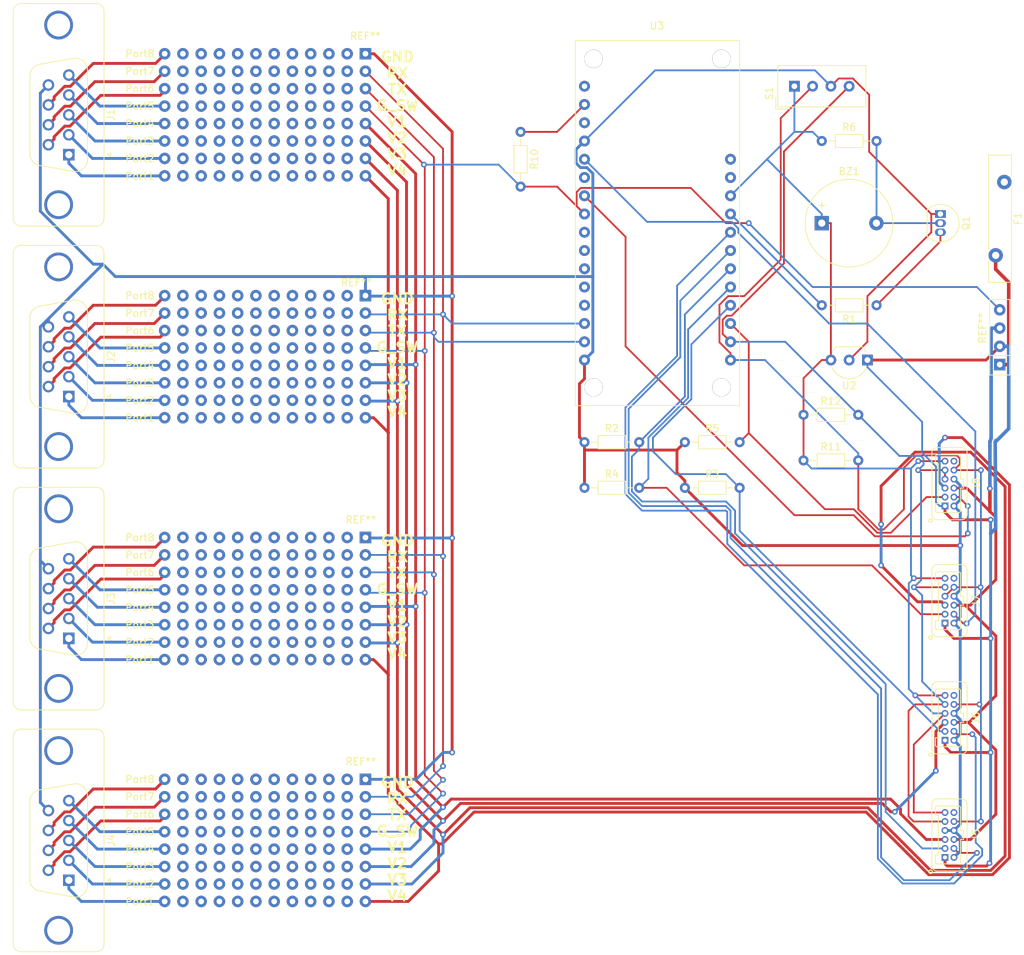
<source format=kicad_pcb>
(kicad_pcb (version 20171130) (host pcbnew "(5.1.5)-3")
  (layers (0 F.Cu signal) (31 B.Cu signal) (34 B.Paste user) (35 F.Paste user) (36 B.SilkS user) (37 F.SilkS user) (38 B.Mask user) (39 F.Mask user) (44 Edge.Cuts user))
  (net 0 "")
  (net 1 "Net-(J1-Pad8)")
  (net 2 "Net-(J1-Pad7)")
  (net 3 "Net-(J1-Pad6)")
  (net 4 "Net-(J1-Pad5)")
  (net 5 "Net-(J1-Pad4)")
  (net 6 "Net-(J1-Pad3)")
  (net 7 "Net-(J1-Pad2)")
  (net 8 "Net-(J1-Pad1)")
  (net 9 "Net-(J2-Pad8)")
  (net 10 "Net-(J2-Pad7)")
  (net 11 "Net-(J2-Pad6)")
  (net 12 "Net-(J2-Pad5)")
  (net 13 "Net-(J2-Pad4)")
  (net 14 "Net-(J2-Pad3)")
  (net 15 "Net-(J2-Pad2)")
  (net 16 "Net-(J2-Pad1)")
  (net 17 "Net-(J3-Pad8)")
  (net 18 "Net-(J3-Pad7)")
  (net 19 "Net-(J3-Pad6)")
  (net 20 "Net-(J3-Pad5)")
  (net 21 "Net-(J3-Pad4)")
  (net 22 "Net-(J3-Pad3)")
  (net 23 "Net-(J3-Pad2)")
  (net 24 "Net-(J3-Pad1)")
  (net 25 "Net-(J4-Pad8)")
  (net 26 "Net-(J4-Pad7)")
  (net 27 "Net-(J4-Pad6)")
  (net 28 "Net-(J4-Pad5)")
  (net 29 "Net-(J4-Pad4)")
  (net 30 "Net-(J4-Pad3)")
  (net 31 "Net-(J4-Pad2)")
  (net 32 "Net-(J4-Pad1)")
  (net 33 Earth)
  (net 34 "Net-(Q1-Pad3)")
  (net 35 "Net-(BZ1-Pad2)")
  (net 36 +12C)
  (net 37 +5V)
  (net 38 "Net-(U3-Pad4)")
  (net 39 "Net-(U3-Pad5)")
  (net 40 "Net-(U3-Pad6)")
  (net 41 /G_SW)
  (net 42 "Net-(U3-Pad11)")
  (net 43 /PG_3)
  (net 44 "Net-(U3-Pad14)")
  (net 45 +3V3)
  (net 46 /SDA)
  (net 47 /SCL)
  (net 48 EN_4)
  (net 49 EN_2)
  (net 50 EN_3)
  (net 51 EN_1)
  (net 52 /PG_1)
  (net 53 /PG_2)
  (net 54 /BUZZ)
  (net 55 "Net-(U3-Pad27)")
  (net 56 "Net-(U3-Pad28)")
  (net 57 +12V)
  (net 58 /VOUT1)
  (net 59 /VOUT2)
  (net 60 /VOUT3)
  (net 61 /PG_4)
  (net 62 /VOUT4)
  (net 63 VS)
  (net 64 "Net-(F1-Pad1)")
  (net 65 "Net-(U3-Pad7)")
  (net 66 "Net-(U3-Pad8)")
  (net 67 /TX)
  (net 68 /RX)
  (module Resistor_THT:R_Axial_DIN0204_L3.6mm_D1.6mm_P7.62mm_Horizontal (layer F.Cu) (at 111.125 98.425)
    (fp_text reference R2 (at 3.81 -1.92) (layer F.SilkS))
    (fp_text value "10 kΩ")
    (pad 2 thru_hole oval (at 7.62 0) (size 1.4 1.4) (drill 0.7) (layers *.Cu *.Mask) (net 51 EN_1))
    (pad 1 thru_hole circle (at 0 0) (size 1.4 1.4) (drill 0.7) (layers *.Cu *.Mask) (net 33 Earth))
  )
  (module Resistor_THT:R_Array_SIP4 (layer F.Cu) (at 168.91 87.63 90)
    (fp_text reference REF** (at 5.08 -2.4 90) (layer F.SilkS))
    (fp_text value R_Array_SIP4)
    (pad 4 thru_hole oval (at 7.62 0 90) (size 1.6 1.6) (drill 0.8) (layers *.Cu *.Mask) (net 41 /G_SW))
    (pad 3 thru_hole oval (at 5.08 0 90) (size 1.6 1.6) (drill 0.8) (layers *.Cu *.Mask) (net 57 +12V))
    (pad 2 thru_hole oval (at 2.54 0 90) (size 1.6 1.6) (drill 0.8) (layers *.Cu *.Mask) (net 36 +12C))
    (pad 1 thru_hole rect (at 0 0 90) (size 1.6 1.6) (drill 0.8) (layers *.Cu *.Mask) (net 63 VS))
  )
  (module Connector_Harwin:Harwin_Gecko-G125-FVX1205L0X_2x06_P1.25mm_Vertical (layer F.Cu) (at 161.29 156.21 90)
    (fp_text reference J5 (at 3.125 4.3 90) (layer F.SilkS))
    (fp_text value "Slave Address 1000000")
    (pad 12 thru_hole circle (at 6.25 1.25 90) (size 0.95 0.95) (drill 0.55) (layers *.Cu *.Mask))
    (pad 10 thru_hole circle (at 5 1.25 90) (size 0.95 0.95) (drill 0.55) (layers *.Cu *.Mask) (net 46 /SDA))
    (pad 8 thru_hole circle (at 3.75 1.25 90) (size 0.95 0.95) (drill 0.55) (layers *.Cu *.Mask) (net 33 Earth))
    (pad 6 thru_hole circle (at 2.5 1.25 90) (size 0.95 0.95) (drill 0.55) (layers *.Cu *.Mask) (net 57 +12V))
    (pad 4 thru_hole circle (at 1.25 1.25 90) (size 0.95 0.95) (drill 0.55) (layers *.Cu *.Mask) (net 52 /PG_1))
    (pad 2 thru_hole circle (at 0 1.25 90) (size 0.95 0.95) (drill 0.55) (layers *.Cu *.Mask) (net 33 Earth))
    (pad 11 thru_hole circle (at 6.25 0 90) (size 0.95 0.95) (drill 0.55) (layers *.Cu *.Mask) (net 37 +5V))
    (pad 9 thru_hole circle (at 5 0 90) (size 0.95 0.95) (drill 0.55) (layers *.Cu *.Mask) (net 47 /SCL))
    (pad 7 thru_hole circle (at 3.75 0 90) (size 0.95 0.95) (drill 0.55) (layers *.Cu *.Mask) (net 33 Earth))
    (pad 5 thru_hole circle (at 2.5 0 90) (size 0.95 0.95) (drill 0.55) (layers *.Cu *.Mask) (net 58 /VOUT1))
    (pad 3 thru_hole circle (at 1.25 0 90) (size 0.95 0.95) (drill 0.55) (layers *.Cu *.Mask) (net 51 EN_1))
    (pad 1 thru_hole rect (at 0 0 90) (size 0.95 0.95) (drill 0.55) (layers *.Cu *.Mask) (net 36 +12C))
  )
  (module LocalFootprint:ProtoBoard (layer F.Cu) (at 80.645 145.342428 180)
    (fp_text reference REF** (at 0.635 2.467428) (layer F.SilkS))
    (fp_text value ProtoBoard)
    (fp_text user Port8 (at 31.3944 0) (layer F.SilkS))
    (fp_text user Port7 (at 31.3944 -2.431148) (layer F.SilkS))
    (fp_text user Port6 (at 31.3944 -4.86229) (layer F.SilkS))
    (fp_text user Port5 (at 31.3944 -7.293432) (layer F.SilkS))
    (fp_text user Port4 (at 31.3944 -9.724574) (layer F.SilkS))
    (fp_text user Port3 (at 31.3944 -12.155716) (layer F.SilkS))
    (fp_text user Port2 (at 31.3944 -14.586858) (layer F.SilkS))
    (fp_text user Port1 (at 31.3944 -17.018) (layer F.SilkS))
    (pad 1 thru_hole circle (at 0 -16.9926 180) (size 1.6 1.6) (drill 0.8) (layers *.Cu *.Mask) (net 62 /VOUT4))
    (pad 2 thru_hole oval (at 2.54 -16.9926 180) (size 1.6 1.6) (drill 0.8) (layers *.Cu *.Mask))
    (pad 3 thru_hole oval (at 5.08 -16.9926 180) (size 1.6 1.6) (drill 0.8) (layers *.Cu *.Mask))
    (pad 4 thru_hole oval (at 7.62 -16.9926 180) (size 1.6 1.6) (drill 0.8) (layers *.Cu *.Mask))
    (pad 9 thru_hole oval (at 20.32 -16.9926 180) (size 1.6 1.6) (drill 0.8) (layers *.Cu *.Mask))
    (pad 6 thru_hole oval (at 12.7 -16.9926 180) (size 1.6 1.6) (drill 0.8) (layers *.Cu *.Mask))
    (pad 10 thru_hole oval (at 22.86 -16.9926 180) (size 1.6 1.6) (drill 0.8) (layers *.Cu *.Mask))
    (pad 5 thru_hole oval (at 10.16 -16.9926 180) (size 1.6 1.6) (drill 0.8) (layers *.Cu *.Mask))
    (pad 12 thru_hole oval (at 27.94 -16.9926 180) (size 1.6 1.6) (drill 0.8) (layers *.Cu *.Mask))
    (pad 11 thru_hole oval (at 25.4 -16.9926 180) (size 1.6 1.6) (drill 0.8) (layers *.Cu *.Mask))
    (pad 7 thru_hole oval (at 15.24 -16.9926 180) (size 1.6 1.6) (drill 0.8) (layers *.Cu *.Mask))
    (pad 8 thru_hole oval (at 17.78 -16.9926 180) (size 1.6 1.6) (drill 0.8) (layers *.Cu *.Mask))
    (pad 1 thru_hole circle (at 0 -14.565086 180) (size 1.6 1.6) (drill 0.8) (layers *.Cu *.Mask) (net 60 /VOUT3))
    (pad 2 thru_hole oval (at 2.54 -14.565086 180) (size 1.6 1.6) (drill 0.8) (layers *.Cu *.Mask))
    (pad 3 thru_hole oval (at 5.08 -14.565086 180) (size 1.6 1.6) (drill 0.8) (layers *.Cu *.Mask))
    (pad 4 thru_hole oval (at 7.62 -14.565086 180) (size 1.6 1.6) (drill 0.8) (layers *.Cu *.Mask))
    (pad 9 thru_hole oval (at 20.32 -14.565086 180) (size 1.6 1.6) (drill 0.8) (layers *.Cu *.Mask))
    (pad 6 thru_hole oval (at 12.7 -14.565086 180) (size 1.6 1.6) (drill 0.8) (layers *.Cu *.Mask))
    (pad 10 thru_hole oval (at 22.86 -14.565086 180) (size 1.6 1.6) (drill 0.8) (layers *.Cu *.Mask))
    (pad 5 thru_hole oval (at 10.16 -14.565086 180) (size 1.6 1.6) (drill 0.8) (layers *.Cu *.Mask))
    (pad 12 thru_hole oval (at 27.94 -14.565086 180) (size 1.6 1.6) (drill 0.8) (layers *.Cu *.Mask))
    (pad 11 thru_hole oval (at 25.4 -14.565086 180) (size 1.6 1.6) (drill 0.8) (layers *.Cu *.Mask))
    (pad 7 thru_hole oval (at 15.24 -14.565086 180) (size 1.6 1.6) (drill 0.8) (layers *.Cu *.Mask))
    (pad 8 thru_hole oval (at 17.78 -14.565086 180) (size 1.6 1.6) (drill 0.8) (layers *.Cu *.Mask))
    (pad 1 thru_hole circle (at 0 -12.137572 180) (size 1.6 1.6) (drill 0.8) (layers *.Cu *.Mask) (net 59 /VOUT2))
    (pad 2 thru_hole oval (at 2.54 -12.137572 180) (size 1.6 1.6) (drill 0.8) (layers *.Cu *.Mask))
    (pad 3 thru_hole oval (at 5.08 -12.137572 180) (size 1.6 1.6) (drill 0.8) (layers *.Cu *.Mask))
    (pad 4 thru_hole oval (at 7.62 -12.137572 180) (size 1.6 1.6) (drill 0.8) (layers *.Cu *.Mask))
    (pad 9 thru_hole oval (at 20.32 -12.137572 180) (size 1.6 1.6) (drill 0.8) (layers *.Cu *.Mask))
    (pad 6 thru_hole oval (at 12.7 -12.137572 180) (size 1.6 1.6) (drill 0.8) (layers *.Cu *.Mask))
    (pad 10 thru_hole oval (at 22.86 -12.137572 180) (size 1.6 1.6) (drill 0.8) (layers *.Cu *.Mask))
    (pad 5 thru_hole oval (at 10.16 -12.137572 180) (size 1.6 1.6) (drill 0.8) (layers *.Cu *.Mask))
    (pad 12 thru_hole oval (at 27.94 -12.137572 180) (size 1.6 1.6) (drill 0.8) (layers *.Cu *.Mask))
    (pad 11 thru_hole oval (at 25.4 -12.137572 180) (size 1.6 1.6) (drill 0.8) (layers *.Cu *.Mask))
    (pad 7 thru_hole oval (at 15.24 -12.137572 180) (size 1.6 1.6) (drill 0.8) (layers *.Cu *.Mask))
    (pad 8 thru_hole oval (at 17.78 -12.137572 180) (size 1.6 1.6) (drill 0.8) (layers *.Cu *.Mask))
    (pad 1 thru_hole circle (at 0 -9.710058 180) (size 1.6 1.6) (drill 0.8) (layers *.Cu *.Mask) (net 58 /VOUT1))
    (pad 2 thru_hole oval (at 2.54 -9.710058 180) (size 1.6 1.6) (drill 0.8) (layers *.Cu *.Mask))
    (pad 3 thru_hole oval (at 5.08 -9.710058 180) (size 1.6 1.6) (drill 0.8) (layers *.Cu *.Mask))
    (pad 4 thru_hole oval (at 7.62 -9.710058 180) (size 1.6 1.6) (drill 0.8) (layers *.Cu *.Mask))
    (pad 9 thru_hole oval (at 20.32 -9.710058 180) (size 1.6 1.6) (drill 0.8) (layers *.Cu *.Mask))
    (pad 6 thru_hole oval (at 12.7 -9.710058 180) (size 1.6 1.6) (drill 0.8) (layers *.Cu *.Mask))
    (pad 10 thru_hole oval (at 22.86 -9.710058 180) (size 1.6 1.6) (drill 0.8) (layers *.Cu *.Mask))
    (pad 5 thru_hole oval (at 10.16 -9.710058 180) (size 1.6 1.6) (drill 0.8) (layers *.Cu *.Mask))
    (pad 12 thru_hole oval (at 27.94 -9.710058 180) (size 1.6 1.6) (drill 0.8) (layers *.Cu *.Mask))
    (pad 11 thru_hole oval (at 25.4 -9.710058 180) (size 1.6 1.6) (drill 0.8) (layers *.Cu *.Mask))
    (pad 7 thru_hole oval (at 15.24 -9.710058 180) (size 1.6 1.6) (drill 0.8) (layers *.Cu *.Mask))
    (pad 8 thru_hole oval (at 17.78 -9.710058 180) (size 1.6 1.6) (drill 0.8) (layers *.Cu *.Mask))
    (pad 1 thru_hole circle (at 0 -7.282544 180) (size 1.6 1.6) (drill 0.8) (layers *.Cu *.Mask) (net 41 /G_SW))
    (pad 2 thru_hole oval (at 2.54 -7.282544 180) (size 1.6 1.6) (drill 0.8) (layers *.Cu *.Mask))
    (pad 3 thru_hole oval (at 5.08 -7.282544 180) (size 1.6 1.6) (drill 0.8) (layers *.Cu *.Mask))
    (pad 4 thru_hole oval (at 7.62 -7.282544 180) (size 1.6 1.6) (drill 0.8) (layers *.Cu *.Mask))
    (pad 9 thru_hole oval (at 20.32 -7.282544 180) (size 1.6 1.6) (drill 0.8) (layers *.Cu *.Mask))
    (pad 6 thru_hole oval (at 12.7 -7.282544 180) (size 1.6 1.6) (drill 0.8) (layers *.Cu *.Mask))
    (pad 10 thru_hole oval (at 22.86 -7.282544 180) (size 1.6 1.6) (drill 0.8) (layers *.Cu *.Mask))
    (pad 5 thru_hole oval (at 10.16 -7.282544 180) (size 1.6 1.6) (drill 0.8) (layers *.Cu *.Mask))
    (pad 12 thru_hole oval (at 27.94 -7.282544 180) (size 1.6 1.6) (drill 0.8) (layers *.Cu *.Mask))
    (pad 11 thru_hole oval (at 25.4 -7.282544 180) (size 1.6 1.6) (drill 0.8) (layers *.Cu *.Mask))
    (pad 7 thru_hole oval (at 15.24 -7.282544 180) (size 1.6 1.6) (drill 0.8) (layers *.Cu *.Mask))
    (pad 8 thru_hole oval (at 17.78 -7.282544 180) (size 1.6 1.6) (drill 0.8) (layers *.Cu *.Mask))
    (pad 1 thru_hole circle (at 0 -4.85503 180) (size 1.6 1.6) (drill 0.8) (layers *.Cu *.Mask) (net 67 /TX))
    (pad 2 thru_hole oval (at 2.54 -4.85503 180) (size 1.6 1.6) (drill 0.8) (layers *.Cu *.Mask))
    (pad 3 thru_hole oval (at 5.08 -4.85503 180) (size 1.6 1.6) (drill 0.8) (layers *.Cu *.Mask))
    (pad 4 thru_hole oval (at 7.62 -4.85503 180) (size 1.6 1.6) (drill 0.8) (layers *.Cu *.Mask))
    (pad 9 thru_hole oval (at 20.32 -4.85503 180) (size 1.6 1.6) (drill 0.8) (layers *.Cu *.Mask))
    (pad 6 thru_hole oval (at 12.7 -4.85503 180) (size 1.6 1.6) (drill 0.8) (layers *.Cu *.Mask))
    (pad 10 thru_hole oval (at 22.86 -4.85503 180) (size 1.6 1.6) (drill 0.8) (layers *.Cu *.Mask))
    (pad 5 thru_hole oval (at 10.16 -4.85503 180) (size 1.6 1.6) (drill 0.8) (layers *.Cu *.Mask))
    (pad 12 thru_hole oval (at 27.94 -4.85503 180) (size 1.6 1.6) (drill 0.8) (layers *.Cu *.Mask))
    (pad 11 thru_hole oval (at 25.4 -4.85503 180) (size 1.6 1.6) (drill 0.8) (layers *.Cu *.Mask))
    (pad 7 thru_hole oval (at 15.24 -4.85503 180) (size 1.6 1.6) (drill 0.8) (layers *.Cu *.Mask))
    (pad 8 thru_hole oval (at 17.78 -4.85503 180) (size 1.6 1.6) (drill 0.8) (layers *.Cu *.Mask))
    (pad 1 thru_hole circle (at 0 -2.427516 180) (size 1.6 1.6) (drill 0.8) (layers *.Cu *.Mask) (net 68 /RX))
    (pad 2 thru_hole oval (at 2.54 -2.427516 180) (size 1.6 1.6) (drill 0.8) (layers *.Cu *.Mask))
    (pad 3 thru_hole oval (at 5.08 -2.427516 180) (size 1.6 1.6) (drill 0.8) (layers *.Cu *.Mask))
    (pad 4 thru_hole oval (at 7.62 -2.427516 180) (size 1.6 1.6) (drill 0.8) (layers *.Cu *.Mask))
    (pad 9 thru_hole oval (at 20.32 -2.427516 180) (size 1.6 1.6) (drill 0.8) (layers *.Cu *.Mask))
    (pad 6 thru_hole oval (at 12.7 -2.427516 180) (size 1.6 1.6) (drill 0.8) (layers *.Cu *.Mask))
    (pad 10 thru_hole oval (at 22.86 -2.427516 180) (size 1.6 1.6) (drill 0.8) (layers *.Cu *.Mask))
    (pad 5 thru_hole oval (at 10.16 -2.427516 180) (size 1.6 1.6) (drill 0.8) (layers *.Cu *.Mask))
    (pad 12 thru_hole oval (at 27.94 -2.427516 180) (size 1.6 1.6) (drill 0.8) (layers *.Cu *.Mask))
    (pad 11 thru_hole oval (at 25.4 -2.427516 180) (size 1.6 1.6) (drill 0.8) (layers *.Cu *.Mask))
    (pad 7 thru_hole oval (at 15.24 -2.427516 180) (size 1.6 1.6) (drill 0.8) (layers *.Cu *.Mask))
    (pad 8 thru_hole oval (at 17.78 -2.427516 180) (size 1.6 1.6) (drill 0.8) (layers *.Cu *.Mask))
    (pad 12 thru_hole oval (at 27.94 0 180) (size 1.6 1.6) (drill 0.8) (layers *.Cu *.Mask))
    (pad 11 thru_hole oval (at 25.4 0 180) (size 1.6 1.6) (drill 0.8) (layers *.Cu *.Mask))
    (pad 10 thru_hole oval (at 22.86 0 180) (size 1.6 1.6) (drill 0.8) (layers *.Cu *.Mask))
    (pad 9 thru_hole oval (at 20.32 0 180) (size 1.6 1.6) (drill 0.8) (layers *.Cu *.Mask))
    (pad 8 thru_hole oval (at 17.78 0 180) (size 1.6 1.6) (drill 0.8) (layers *.Cu *.Mask))
    (pad 7 thru_hole oval (at 15.24 0 180) (size 1.6 1.6) (drill 0.8) (layers *.Cu *.Mask))
    (pad 6 thru_hole oval (at 12.7 0 180) (size 1.6 1.6) (drill 0.8) (layers *.Cu *.Mask))
    (pad 5 thru_hole oval (at 10.16 0 180) (size 1.6 1.6) (drill 0.8) (layers *.Cu *.Mask))
    (pad 4 thru_hole oval (at 7.62 0 180) (size 1.6 1.6) (drill 0.8) (layers *.Cu *.Mask))
    (pad 3 thru_hole oval (at 5.08 0 180) (size 1.6 1.6) (drill 0.8) (layers *.Cu *.Mask))
    (pad 2 thru_hole oval (at 2.54 0 180) (size 1.6 1.6) (drill 0.8) (layers *.Cu *.Mask))
    (pad 1 thru_hole rect (at 0 0 180) (size 1.6 1.6) (drill 0.8) (layers *.Cu *.Mask) (net 33 Earth))
  )
  (module Connector_Dsub:DSUB-9_Female_Vertical_P2.77x2.84mm_MountingHoles (layer F.Cu) (at 39.37 159.385 270)
    (fp_text reference J4 (at -5.54 -5.89 90) (layer F.SilkS))
    (fp_text value DB9_Female)
    (pad 0 thru_hole circle (at 6.96 1.42 270) (size 4 4) (drill 3.2) (layers *.Cu *.Mask))
    (pad 0 thru_hole circle (at -18.04 1.42 270) (size 4 4) (drill 3.2) (layers *.Cu *.Mask))
    (pad 9 thru_hole circle (at -9.695 2.84 270) (size 1.6 1.6) (drill 1) (layers *.Cu *.Mask) (net 33 Earth))
    (pad 8 thru_hole circle (at -6.925 2.84 270) (size 1.6 1.6) (drill 1) (layers *.Cu *.Mask) (net 25 "Net-(J4-Pad8)"))
    (pad 7 thru_hole circle (at -4.155 2.84 270) (size 1.6 1.6) (drill 1) (layers *.Cu *.Mask) (net 26 "Net-(J4-Pad7)"))
    (pad 6 thru_hole circle (at -1.385 2.84 270) (size 1.6 1.6) (drill 1) (layers *.Cu *.Mask) (net 27 "Net-(J4-Pad6)"))
    (pad 5 thru_hole circle (at -11.08 0 270) (size 1.6 1.6) (drill 1) (layers *.Cu *.Mask) (net 28 "Net-(J4-Pad5)"))
    (pad 4 thru_hole circle (at -8.31 0 270) (size 1.6 1.6) (drill 1) (layers *.Cu *.Mask) (net 29 "Net-(J4-Pad4)"))
    (pad 3 thru_hole circle (at -5.54 0 270) (size 1.6 1.6) (drill 1) (layers *.Cu *.Mask) (net 30 "Net-(J4-Pad3)"))
    (pad 2 thru_hole circle (at -2.77 0 270) (size 1.6 1.6) (drill 1) (layers *.Cu *.Mask) (net 31 "Net-(J4-Pad2)"))
    (pad 1 thru_hole rect (at 0 0 270) (size 1.6 1.6) (drill 1) (layers *.Cu *.Mask) (net 32 "Net-(J4-Pad1)"))
  )
  (module LocalFootprint:ProtoBoard (layer F.Cu) (at 80.645 111.687428 180)
    (fp_text reference REF** (at 0.635 2.467428) (layer F.SilkS))
    (fp_text value ProtoBoard)
    (fp_text user Port1 (at 31.3944 -17.018) (layer F.SilkS))
    (fp_text user Port2 (at 31.3944 -14.586858) (layer F.SilkS))
    (fp_text user Port3 (at 31.3944 -12.155716) (layer F.SilkS))
    (fp_text user Port4 (at 31.3944 -9.724574) (layer F.SilkS))
    (fp_text user Port5 (at 31.3944 -7.293432) (layer F.SilkS))
    (fp_text user Port6 (at 31.3944 -4.86229) (layer F.SilkS))
    (fp_text user Port7 (at 31.3944 -2.431148) (layer F.SilkS))
    (fp_text user Port8 (at 31.3944 0) (layer F.SilkS))
    (pad 1 thru_hole rect (at 0 0 180) (size 1.6 1.6) (drill 0.8) (layers *.Cu *.Mask) (net 33 Earth))
    (pad 2 thru_hole oval (at 2.54 0 180) (size 1.6 1.6) (drill 0.8) (layers *.Cu *.Mask))
    (pad 3 thru_hole oval (at 5.08 0 180) (size 1.6 1.6) (drill 0.8) (layers *.Cu *.Mask))
    (pad 4 thru_hole oval (at 7.62 0 180) (size 1.6 1.6) (drill 0.8) (layers *.Cu *.Mask))
    (pad 5 thru_hole oval (at 10.16 0 180) (size 1.6 1.6) (drill 0.8) (layers *.Cu *.Mask))
    (pad 6 thru_hole oval (at 12.7 0 180) (size 1.6 1.6) (drill 0.8) (layers *.Cu *.Mask))
    (pad 7 thru_hole oval (at 15.24 0 180) (size 1.6 1.6) (drill 0.8) (layers *.Cu *.Mask))
    (pad 8 thru_hole oval (at 17.78 0 180) (size 1.6 1.6) (drill 0.8) (layers *.Cu *.Mask))
    (pad 9 thru_hole oval (at 20.32 0 180) (size 1.6 1.6) (drill 0.8) (layers *.Cu *.Mask))
    (pad 10 thru_hole oval (at 22.86 0 180) (size 1.6 1.6) (drill 0.8) (layers *.Cu *.Mask))
    (pad 11 thru_hole oval (at 25.4 0 180) (size 1.6 1.6) (drill 0.8) (layers *.Cu *.Mask))
    (pad 12 thru_hole oval (at 27.94 0 180) (size 1.6 1.6) (drill 0.8) (layers *.Cu *.Mask))
    (pad 8 thru_hole oval (at 17.78 -2.427516 180) (size 1.6 1.6) (drill 0.8) (layers *.Cu *.Mask))
    (pad 7 thru_hole oval (at 15.24 -2.427516 180) (size 1.6 1.6) (drill 0.8) (layers *.Cu *.Mask))
    (pad 11 thru_hole oval (at 25.4 -2.427516 180) (size 1.6 1.6) (drill 0.8) (layers *.Cu *.Mask))
    (pad 12 thru_hole oval (at 27.94 -2.427516 180) (size 1.6 1.6) (drill 0.8) (layers *.Cu *.Mask))
    (pad 5 thru_hole oval (at 10.16 -2.427516 180) (size 1.6 1.6) (drill 0.8) (layers *.Cu *.Mask))
    (pad 10 thru_hole oval (at 22.86 -2.427516 180) (size 1.6 1.6) (drill 0.8) (layers *.Cu *.Mask))
    (pad 6 thru_hole oval (at 12.7 -2.427516 180) (size 1.6 1.6) (drill 0.8) (layers *.Cu *.Mask))
    (pad 9 thru_hole oval (at 20.32 -2.427516 180) (size 1.6 1.6) (drill 0.8) (layers *.Cu *.Mask))
    (pad 4 thru_hole oval (at 7.62 -2.427516 180) (size 1.6 1.6) (drill 0.8) (layers *.Cu *.Mask))
    (pad 3 thru_hole oval (at 5.08 -2.427516 180) (size 1.6 1.6) (drill 0.8) (layers *.Cu *.Mask))
    (pad 2 thru_hole oval (at 2.54 -2.427516 180) (size 1.6 1.6) (drill 0.8) (layers *.Cu *.Mask))
    (pad 1 thru_hole circle (at 0 -2.427516 180) (size 1.6 1.6) (drill 0.8) (layers *.Cu *.Mask) (net 68 /RX))
    (pad 8 thru_hole oval (at 17.78 -4.85503 180) (size 1.6 1.6) (drill 0.8) (layers *.Cu *.Mask))
    (pad 7 thru_hole oval (at 15.24 -4.85503 180) (size 1.6 1.6) (drill 0.8) (layers *.Cu *.Mask))
    (pad 11 thru_hole oval (at 25.4 -4.85503 180) (size 1.6 1.6) (drill 0.8) (layers *.Cu *.Mask))
    (pad 12 thru_hole oval (at 27.94 -4.85503 180) (size 1.6 1.6) (drill 0.8) (layers *.Cu *.Mask))
    (pad 5 thru_hole oval (at 10.16 -4.85503 180) (size 1.6 1.6) (drill 0.8) (layers *.Cu *.Mask))
    (pad 10 thru_hole oval (at 22.86 -4.85503 180) (size 1.6 1.6) (drill 0.8) (layers *.Cu *.Mask))
    (pad 6 thru_hole oval (at 12.7 -4.85503 180) (size 1.6 1.6) (drill 0.8) (layers *.Cu *.Mask))
    (pad 9 thru_hole oval (at 20.32 -4.85503 180) (size 1.6 1.6) (drill 0.8) (layers *.Cu *.Mask))
    (pad 4 thru_hole oval (at 7.62 -4.85503 180) (size 1.6 1.6) (drill 0.8) (layers *.Cu *.Mask))
    (pad 3 thru_hole oval (at 5.08 -4.85503 180) (size 1.6 1.6) (drill 0.8) (layers *.Cu *.Mask))
    (pad 2 thru_hole oval (at 2.54 -4.85503 180) (size 1.6 1.6) (drill 0.8) (layers *.Cu *.Mask))
    (pad 1 thru_hole circle (at 0 -4.85503 180) (size 1.6 1.6) (drill 0.8) (layers *.Cu *.Mask) (net 67 /TX))
    (pad 8 thru_hole oval (at 17.78 -7.282544 180) (size 1.6 1.6) (drill 0.8) (layers *.Cu *.Mask))
    (pad 7 thru_hole oval (at 15.24 -7.282544 180) (size 1.6 1.6) (drill 0.8) (layers *.Cu *.Mask))
    (pad 11 thru_hole oval (at 25.4 -7.282544 180) (size 1.6 1.6) (drill 0.8) (layers *.Cu *.Mask))
    (pad 12 thru_hole oval (at 27.94 -7.282544 180) (size 1.6 1.6) (drill 0.8) (layers *.Cu *.Mask))
    (pad 5 thru_hole oval (at 10.16 -7.282544 180) (size 1.6 1.6) (drill 0.8) (layers *.Cu *.Mask))
    (pad 10 thru_hole oval (at 22.86 -7.282544 180) (size 1.6 1.6) (drill 0.8) (layers *.Cu *.Mask))
    (pad 6 thru_hole oval (at 12.7 -7.282544 180) (size 1.6 1.6) (drill 0.8) (layers *.Cu *.Mask))
    (pad 9 thru_hole oval (at 20.32 -7.282544 180) (size 1.6 1.6) (drill 0.8) (layers *.Cu *.Mask))
    (pad 4 thru_hole oval (at 7.62 -7.282544 180) (size 1.6 1.6) (drill 0.8) (layers *.Cu *.Mask))
    (pad 3 thru_hole oval (at 5.08 -7.282544 180) (size 1.6 1.6) (drill 0.8) (layers *.Cu *.Mask))
    (pad 2 thru_hole oval (at 2.54 -7.282544 180) (size 1.6 1.6) (drill 0.8) (layers *.Cu *.Mask))
    (pad 1 thru_hole circle (at 0 -7.282544 180) (size 1.6 1.6) (drill 0.8) (layers *.Cu *.Mask) (net 41 /G_SW))
    (pad 8 thru_hole oval (at 17.78 -9.710058 180) (size 1.6 1.6) (drill 0.8) (layers *.Cu *.Mask))
    (pad 7 thru_hole oval (at 15.24 -9.710058 180) (size 1.6 1.6) (drill 0.8) (layers *.Cu *.Mask))
    (pad 11 thru_hole oval (at 25.4 -9.710058 180) (size 1.6 1.6) (drill 0.8) (layers *.Cu *.Mask))
    (pad 12 thru_hole oval (at 27.94 -9.710058 180) (size 1.6 1.6) (drill 0.8) (layers *.Cu *.Mask))
    (pad 5 thru_hole oval (at 10.16 -9.710058 180) (size 1.6 1.6) (drill 0.8) (layers *.Cu *.Mask))
    (pad 10 thru_hole oval (at 22.86 -9.710058 180) (size 1.6 1.6) (drill 0.8) (layers *.Cu *.Mask))
    (pad 6 thru_hole oval (at 12.7 -9.710058 180) (size 1.6 1.6) (drill 0.8) (layers *.Cu *.Mask))
    (pad 9 thru_hole oval (at 20.32 -9.710058 180) (size 1.6 1.6) (drill 0.8) (layers *.Cu *.Mask))
    (pad 4 thru_hole oval (at 7.62 -9.710058 180) (size 1.6 1.6) (drill 0.8) (layers *.Cu *.Mask))
    (pad 3 thru_hole oval (at 5.08 -9.710058 180) (size 1.6 1.6) (drill 0.8) (layers *.Cu *.Mask))
    (pad 2 thru_hole oval (at 2.54 -9.710058 180) (size 1.6 1.6) (drill 0.8) (layers *.Cu *.Mask))
    (pad 1 thru_hole circle (at 0 -9.710058 180) (size 1.6 1.6) (drill 0.8) (layers *.Cu *.Mask) (net 58 /VOUT1))
    (pad 8 thru_hole oval (at 17.78 -12.137572 180) (size 1.6 1.6) (drill 0.8) (layers *.Cu *.Mask))
    (pad 7 thru_hole oval (at 15.24 -12.137572 180) (size 1.6 1.6) (drill 0.8) (layers *.Cu *.Mask))
    (pad 11 thru_hole oval (at 25.4 -12.137572 180) (size 1.6 1.6) (drill 0.8) (layers *.Cu *.Mask))
    (pad 12 thru_hole oval (at 27.94 -12.137572 180) (size 1.6 1.6) (drill 0.8) (layers *.Cu *.Mask))
    (pad 5 thru_hole oval (at 10.16 -12.137572 180) (size 1.6 1.6) (drill 0.8) (layers *.Cu *.Mask))
    (pad 10 thru_hole oval (at 22.86 -12.137572 180) (size 1.6 1.6) (drill 0.8) (layers *.Cu *.Mask))
    (pad 6 thru_hole oval (at 12.7 -12.137572 180) (size 1.6 1.6) (drill 0.8) (layers *.Cu *.Mask))
    (pad 9 thru_hole oval (at 20.32 -12.137572 180) (size 1.6 1.6) (drill 0.8) (layers *.Cu *.Mask))
    (pad 4 thru_hole oval (at 7.62 -12.137572 180) (size 1.6 1.6) (drill 0.8) (layers *.Cu *.Mask))
    (pad 3 thru_hole oval (at 5.08 -12.137572 180) (size 1.6 1.6) (drill 0.8) (layers *.Cu *.Mask))
    (pad 2 thru_hole oval (at 2.54 -12.137572 180) (size 1.6 1.6) (drill 0.8) (layers *.Cu *.Mask))
    (pad 1 thru_hole circle (at 0 -12.137572 180) (size 1.6 1.6) (drill 0.8) (layers *.Cu *.Mask) (net 59 /VOUT2))
    (pad 8 thru_hole oval (at 17.78 -14.565086 180) (size 1.6 1.6) (drill 0.8) (layers *.Cu *.Mask))
    (pad 7 thru_hole oval (at 15.24 -14.565086 180) (size 1.6 1.6) (drill 0.8) (layers *.Cu *.Mask))
    (pad 11 thru_hole oval (at 25.4 -14.565086 180) (size 1.6 1.6) (drill 0.8) (layers *.Cu *.Mask))
    (pad 12 thru_hole oval (at 27.94 -14.565086 180) (size 1.6 1.6) (drill 0.8) (layers *.Cu *.Mask))
    (pad 5 thru_hole oval (at 10.16 -14.565086 180) (size 1.6 1.6) (drill 0.8) (layers *.Cu *.Mask))
    (pad 10 thru_hole oval (at 22.86 -14.565086 180) (size 1.6 1.6) (drill 0.8) (layers *.Cu *.Mask))
    (pad 6 thru_hole oval (at 12.7 -14.565086 180) (size 1.6 1.6) (drill 0.8) (layers *.Cu *.Mask))
    (pad 9 thru_hole oval (at 20.32 -14.565086 180) (size 1.6 1.6) (drill 0.8) (layers *.Cu *.Mask))
    (pad 4 thru_hole oval (at 7.62 -14.565086 180) (size 1.6 1.6) (drill 0.8) (layers *.Cu *.Mask))
    (pad 3 thru_hole oval (at 5.08 -14.565086 180) (size 1.6 1.6) (drill 0.8) (layers *.Cu *.Mask))
    (pad 2 thru_hole oval (at 2.54 -14.565086 180) (size 1.6 1.6) (drill 0.8) (layers *.Cu *.Mask))
    (pad 1 thru_hole circle (at 0 -14.565086 180) (size 1.6 1.6) (drill 0.8) (layers *.Cu *.Mask) (net 60 /VOUT3))
    (pad 8 thru_hole oval (at 17.78 -16.9926 180) (size 1.6 1.6) (drill 0.8) (layers *.Cu *.Mask))
    (pad 7 thru_hole oval (at 15.24 -16.9926 180) (size 1.6 1.6) (drill 0.8) (layers *.Cu *.Mask))
    (pad 11 thru_hole oval (at 25.4 -16.9926 180) (size 1.6 1.6) (drill 0.8) (layers *.Cu *.Mask))
    (pad 12 thru_hole oval (at 27.94 -16.9926 180) (size 1.6 1.6) (drill 0.8) (layers *.Cu *.Mask))
    (pad 5 thru_hole oval (at 10.16 -16.9926 180) (size 1.6 1.6) (drill 0.8) (layers *.Cu *.Mask))
    (pad 10 thru_hole oval (at 22.86 -16.9926 180) (size 1.6 1.6) (drill 0.8) (layers *.Cu *.Mask))
    (pad 6 thru_hole oval (at 12.7 -16.9926 180) (size 1.6 1.6) (drill 0.8) (layers *.Cu *.Mask))
    (pad 9 thru_hole oval (at 20.32 -16.9926 180) (size 1.6 1.6) (drill 0.8) (layers *.Cu *.Mask))
    (pad 4 thru_hole oval (at 7.62 -16.9926 180) (size 1.6 1.6) (drill 0.8) (layers *.Cu *.Mask))
    (pad 3 thru_hole oval (at 5.08 -16.9926 180) (size 1.6 1.6) (drill 0.8) (layers *.Cu *.Mask))
    (pad 2 thru_hole oval (at 2.54 -16.9926 180) (size 1.6 1.6) (drill 0.8) (layers *.Cu *.Mask))
    (pad 1 thru_hole circle (at 0 -16.9926 180) (size 1.6 1.6) (drill 0.8) (layers *.Cu *.Mask) (net 62 /VOUT4))
  )
  (module Connector_Dsub:DSUB-9_Female_Vertical_P2.77x2.84mm_MountingHoles (layer F.Cu) (at 39.37 125.73 270)
    (fp_text reference J3 (at -5.54 -5.89 90) (layer F.SilkS))
    (fp_text value DB9_Female)
    (pad 1 thru_hole rect (at 0 0 270) (size 1.6 1.6) (drill 1) (layers *.Cu *.Mask) (net 24 "Net-(J3-Pad1)"))
    (pad 2 thru_hole circle (at -2.77 0 270) (size 1.6 1.6) (drill 1) (layers *.Cu *.Mask) (net 23 "Net-(J3-Pad2)"))
    (pad 3 thru_hole circle (at -5.54 0 270) (size 1.6 1.6) (drill 1) (layers *.Cu *.Mask) (net 22 "Net-(J3-Pad3)"))
    (pad 4 thru_hole circle (at -8.31 0 270) (size 1.6 1.6) (drill 1) (layers *.Cu *.Mask) (net 21 "Net-(J3-Pad4)"))
    (pad 5 thru_hole circle (at -11.08 0 270) (size 1.6 1.6) (drill 1) (layers *.Cu *.Mask) (net 20 "Net-(J3-Pad5)"))
    (pad 6 thru_hole circle (at -1.385 2.84 270) (size 1.6 1.6) (drill 1) (layers *.Cu *.Mask) (net 19 "Net-(J3-Pad6)"))
    (pad 7 thru_hole circle (at -4.155 2.84 270) (size 1.6 1.6) (drill 1) (layers *.Cu *.Mask) (net 18 "Net-(J3-Pad7)"))
    (pad 8 thru_hole circle (at -6.925 2.84 270) (size 1.6 1.6) (drill 1) (layers *.Cu *.Mask) (net 17 "Net-(J3-Pad8)"))
    (pad 9 thru_hole circle (at -9.695 2.84 270) (size 1.6 1.6) (drill 1) (layers *.Cu *.Mask) (net 33 Earth))
    (pad 0 thru_hole circle (at -18.04 1.42 270) (size 4 4) (drill 3.2) (layers *.Cu *.Mask))
    (pad 0 thru_hole circle (at 6.96 1.42 270) (size 4 4) (drill 3.2) (layers *.Cu *.Mask))
  )
  (module LocalFootprint:ProtoBoard (layer F.Cu) (at 80.645 78.032428 180)
    (fp_text reference REF** (at 1.27 1.832428) (layer F.SilkS))
    (fp_text value ProtoBoard)
    (fp_text user Port1 (at 31.3944 -17.018) (layer F.SilkS))
    (fp_text user Port2 (at 31.3944 -14.586858) (layer F.SilkS))
    (fp_text user Port3 (at 31.3944 -12.155716) (layer F.SilkS))
    (fp_text user Port4 (at 31.3944 -9.724574) (layer F.SilkS))
    (fp_text user Port5 (at 31.3944 -7.293432) (layer F.SilkS))
    (fp_text user Port6 (at 31.3944 -4.86229) (layer F.SilkS))
    (fp_text user Port7 (at 31.3944 -2.431148) (layer F.SilkS))
    (fp_text user Port8 (at 31.3944 0) (layer F.SilkS))
    (pad 1 thru_hole rect (at 0 0 180) (size 1.6 1.6) (drill 0.8) (layers *.Cu *.Mask) (net 33 Earth))
    (pad 2 thru_hole oval (at 2.54 0 180) (size 1.6 1.6) (drill 0.8) (layers *.Cu *.Mask))
    (pad 3 thru_hole oval (at 5.08 0 180) (size 1.6 1.6) (drill 0.8) (layers *.Cu *.Mask))
    (pad 4 thru_hole oval (at 7.62 0 180) (size 1.6 1.6) (drill 0.8) (layers *.Cu *.Mask))
    (pad 5 thru_hole oval (at 10.16 0 180) (size 1.6 1.6) (drill 0.8) (layers *.Cu *.Mask))
    (pad 6 thru_hole oval (at 12.7 0 180) (size 1.6 1.6) (drill 0.8) (layers *.Cu *.Mask))
    (pad 7 thru_hole oval (at 15.24 0 180) (size 1.6 1.6) (drill 0.8) (layers *.Cu *.Mask))
    (pad 8 thru_hole oval (at 17.78 0 180) (size 1.6 1.6) (drill 0.8) (layers *.Cu *.Mask))
    (pad 9 thru_hole oval (at 20.32 0 180) (size 1.6 1.6) (drill 0.8) (layers *.Cu *.Mask))
    (pad 10 thru_hole oval (at 22.86 0 180) (size 1.6 1.6) (drill 0.8) (layers *.Cu *.Mask))
    (pad 11 thru_hole oval (at 25.4 0 180) (size 1.6 1.6) (drill 0.8) (layers *.Cu *.Mask))
    (pad 12 thru_hole oval (at 27.94 0 180) (size 1.6 1.6) (drill 0.8) (layers *.Cu *.Mask) (net 9 "Net-(J2-Pad8)"))
    (pad 8 thru_hole oval (at 17.78 -2.427516 180) (size 1.6 1.6) (drill 0.8) (layers *.Cu *.Mask))
    (pad 7 thru_hole oval (at 15.24 -2.427516 180) (size 1.6 1.6) (drill 0.8) (layers *.Cu *.Mask))
    (pad 11 thru_hole oval (at 25.4 -2.427516 180) (size 1.6 1.6) (drill 0.8) (layers *.Cu *.Mask))
    (pad 12 thru_hole oval (at 27.94 -2.427516 180) (size 1.6 1.6) (drill 0.8) (layers *.Cu *.Mask) (net 10 "Net-(J2-Pad7)"))
    (pad 5 thru_hole oval (at 10.16 -2.427516 180) (size 1.6 1.6) (drill 0.8) (layers *.Cu *.Mask))
    (pad 10 thru_hole oval (at 22.86 -2.427516 180) (size 1.6 1.6) (drill 0.8) (layers *.Cu *.Mask))
    (pad 6 thru_hole oval (at 12.7 -2.427516 180) (size 1.6 1.6) (drill 0.8) (layers *.Cu *.Mask))
    (pad 9 thru_hole oval (at 20.32 -2.427516 180) (size 1.6 1.6) (drill 0.8) (layers *.Cu *.Mask))
    (pad 4 thru_hole oval (at 7.62 -2.427516 180) (size 1.6 1.6) (drill 0.8) (layers *.Cu *.Mask))
    (pad 3 thru_hole oval (at 5.08 -2.427516 180) (size 1.6 1.6) (drill 0.8) (layers *.Cu *.Mask))
    (pad 2 thru_hole oval (at 2.54 -2.427516 180) (size 1.6 1.6) (drill 0.8) (layers *.Cu *.Mask))
    (pad 1 thru_hole circle (at 0 -2.427516 180) (size 1.6 1.6) (drill 0.8) (layers *.Cu *.Mask) (net 68 /RX))
    (pad 8 thru_hole oval (at 17.78 -4.85503 180) (size 1.6 1.6) (drill 0.8) (layers *.Cu *.Mask))
    (pad 7 thru_hole oval (at 15.24 -4.85503 180) (size 1.6 1.6) (drill 0.8) (layers *.Cu *.Mask))
    (pad 11 thru_hole oval (at 25.4 -4.85503 180) (size 1.6 1.6) (drill 0.8) (layers *.Cu *.Mask))
    (pad 12 thru_hole oval (at 27.94 -4.85503 180) (size 1.6 1.6) (drill 0.8) (layers *.Cu *.Mask) (net 11 "Net-(J2-Pad6)"))
    (pad 5 thru_hole oval (at 10.16 -4.85503 180) (size 1.6 1.6) (drill 0.8) (layers *.Cu *.Mask))
    (pad 10 thru_hole oval (at 22.86 -4.85503 180) (size 1.6 1.6) (drill 0.8) (layers *.Cu *.Mask))
    (pad 6 thru_hole oval (at 12.7 -4.85503 180) (size 1.6 1.6) (drill 0.8) (layers *.Cu *.Mask))
    (pad 9 thru_hole oval (at 20.32 -4.85503 180) (size 1.6 1.6) (drill 0.8) (layers *.Cu *.Mask))
    (pad 4 thru_hole oval (at 7.62 -4.85503 180) (size 1.6 1.6) (drill 0.8) (layers *.Cu *.Mask))
    (pad 3 thru_hole oval (at 5.08 -4.85503 180) (size 1.6 1.6) (drill 0.8) (layers *.Cu *.Mask))
    (pad 2 thru_hole oval (at 2.54 -4.85503 180) (size 1.6 1.6) (drill 0.8) (layers *.Cu *.Mask))
    (pad 1 thru_hole circle (at 0 -4.85503 180) (size 1.6 1.6) (drill 0.8) (layers *.Cu *.Mask) (net 67 /TX))
    (pad 8 thru_hole oval (at 17.78 -7.282544 180) (size 1.6 1.6) (drill 0.8) (layers *.Cu *.Mask))
    (pad 7 thru_hole oval (at 15.24 -7.282544 180) (size 1.6 1.6) (drill 0.8) (layers *.Cu *.Mask))
    (pad 11 thru_hole oval (at 25.4 -7.282544 180) (size 1.6 1.6) (drill 0.8) (layers *.Cu *.Mask))
    (pad 12 thru_hole oval (at 27.94 -7.282544 180) (size 1.6 1.6) (drill 0.8) (layers *.Cu *.Mask) (net 12 "Net-(J2-Pad5)"))
    (pad 5 thru_hole oval (at 10.16 -7.282544 180) (size 1.6 1.6) (drill 0.8) (layers *.Cu *.Mask))
    (pad 10 thru_hole oval (at 22.86 -7.282544 180) (size 1.6 1.6) (drill 0.8) (layers *.Cu *.Mask))
    (pad 6 thru_hole oval (at 12.7 -7.282544 180) (size 1.6 1.6) (drill 0.8) (layers *.Cu *.Mask))
    (pad 9 thru_hole oval (at 20.32 -7.282544 180) (size 1.6 1.6) (drill 0.8) (layers *.Cu *.Mask))
    (pad 4 thru_hole oval (at 7.62 -7.282544 180) (size 1.6 1.6) (drill 0.8) (layers *.Cu *.Mask))
    (pad 3 thru_hole oval (at 5.08 -7.282544 180) (size 1.6 1.6) (drill 0.8) (layers *.Cu *.Mask))
    (pad 2 thru_hole oval (at 2.54 -7.282544 180) (size 1.6 1.6) (drill 0.8) (layers *.Cu *.Mask))
    (pad 1 thru_hole circle (at 0 -7.282544 180) (size 1.6 1.6) (drill 0.8) (layers *.Cu *.Mask) (net 41 /G_SW))
    (pad 8 thru_hole oval (at 17.78 -9.710058 180) (size 1.6 1.6) (drill 0.8) (layers *.Cu *.Mask))
    (pad 7 thru_hole oval (at 15.24 -9.710058 180) (size 1.6 1.6) (drill 0.8) (layers *.Cu *.Mask))
    (pad 11 thru_hole oval (at 25.4 -9.710058 180) (size 1.6 1.6) (drill 0.8) (layers *.Cu *.Mask))
    (pad 12 thru_hole oval (at 27.94 -9.710058 180) (size 1.6 1.6) (drill 0.8) (layers *.Cu *.Mask) (net 13 "Net-(J2-Pad4)"))
    (pad 5 thru_hole oval (at 10.16 -9.710058 180) (size 1.6 1.6) (drill 0.8) (layers *.Cu *.Mask))
    (pad 10 thru_hole oval (at 22.86 -9.710058 180) (size 1.6 1.6) (drill 0.8) (layers *.Cu *.Mask))
    (pad 6 thru_hole oval (at 12.7 -9.710058 180) (size 1.6 1.6) (drill 0.8) (layers *.Cu *.Mask))
    (pad 9 thru_hole oval (at 20.32 -9.710058 180) (size 1.6 1.6) (drill 0.8) (layers *.Cu *.Mask))
    (pad 4 thru_hole oval (at 7.62 -9.710058 180) (size 1.6 1.6) (drill 0.8) (layers *.Cu *.Mask))
    (pad 3 thru_hole oval (at 5.08 -9.710058 180) (size 1.6 1.6) (drill 0.8) (layers *.Cu *.Mask))
    (pad 2 thru_hole oval (at 2.54 -9.710058 180) (size 1.6 1.6) (drill 0.8) (layers *.Cu *.Mask))
    (pad 1 thru_hole circle (at 0 -9.710058 180) (size 1.6 1.6) (drill 0.8) (layers *.Cu *.Mask) (net 58 /VOUT1))
    (pad 8 thru_hole oval (at 17.78 -12.137572 180) (size 1.6 1.6) (drill 0.8) (layers *.Cu *.Mask))
    (pad 7 thru_hole oval (at 15.24 -12.137572 180) (size 1.6 1.6) (drill 0.8) (layers *.Cu *.Mask))
    (pad 11 thru_hole oval (at 25.4 -12.137572 180) (size 1.6 1.6) (drill 0.8) (layers *.Cu *.Mask))
    (pad 12 thru_hole oval (at 27.94 -12.137572 180) (size 1.6 1.6) (drill 0.8) (layers *.Cu *.Mask) (net 14 "Net-(J2-Pad3)"))
    (pad 5 thru_hole oval (at 10.16 -12.137572 180) (size 1.6 1.6) (drill 0.8) (layers *.Cu *.Mask))
    (pad 10 thru_hole oval (at 22.86 -12.137572 180) (size 1.6 1.6) (drill 0.8) (layers *.Cu *.Mask))
    (pad 6 thru_hole oval (at 12.7 -12.137572 180) (size 1.6 1.6) (drill 0.8) (layers *.Cu *.Mask))
    (pad 9 thru_hole oval (at 20.32 -12.137572 180) (size 1.6 1.6) (drill 0.8) (layers *.Cu *.Mask))
    (pad 4 thru_hole oval (at 7.62 -12.137572 180) (size 1.6 1.6) (drill 0.8) (layers *.Cu *.Mask))
    (pad 3 thru_hole oval (at 5.08 -12.137572 180) (size 1.6 1.6) (drill 0.8) (layers *.Cu *.Mask))
    (pad 2 thru_hole oval (at 2.54 -12.137572 180) (size 1.6 1.6) (drill 0.8) (layers *.Cu *.Mask))
    (pad 1 thru_hole circle (at 0 -12.137572 180) (size 1.6 1.6) (drill 0.8) (layers *.Cu *.Mask) (net 59 /VOUT2))
    (pad 8 thru_hole oval (at 17.78 -14.565086 180) (size 1.6 1.6) (drill 0.8) (layers *.Cu *.Mask))
    (pad 7 thru_hole oval (at 15.24 -14.565086 180) (size 1.6 1.6) (drill 0.8) (layers *.Cu *.Mask))
    (pad 11 thru_hole oval (at 25.4 -14.565086 180) (size 1.6 1.6) (drill 0.8) (layers *.Cu *.Mask))
    (pad 12 thru_hole oval (at 27.94 -14.565086 180) (size 1.6 1.6) (drill 0.8) (layers *.Cu *.Mask) (net 15 "Net-(J2-Pad2)"))
    (pad 5 thru_hole oval (at 10.16 -14.565086 180) (size 1.6 1.6) (drill 0.8) (layers *.Cu *.Mask))
    (pad 10 thru_hole oval (at 22.86 -14.565086 180) (size 1.6 1.6) (drill 0.8) (layers *.Cu *.Mask))
    (pad 6 thru_hole oval (at 12.7 -14.565086 180) (size 1.6 1.6) (drill 0.8) (layers *.Cu *.Mask))
    (pad 9 thru_hole oval (at 20.32 -14.565086 180) (size 1.6 1.6) (drill 0.8) (layers *.Cu *.Mask))
    (pad 4 thru_hole oval (at 7.62 -14.565086 180) (size 1.6 1.6) (drill 0.8) (layers *.Cu *.Mask))
    (pad 3 thru_hole oval (at 5.08 -14.565086 180) (size 1.6 1.6) (drill 0.8) (layers *.Cu *.Mask))
    (pad 2 thru_hole oval (at 2.54 -14.565086 180) (size 1.6 1.6) (drill 0.8) (layers *.Cu *.Mask))
    (pad 1 thru_hole circle (at 0 -14.565086 180) (size 1.6 1.6) (drill 0.8) (layers *.Cu *.Mask) (net 60 /VOUT3))
    (pad 8 thru_hole oval (at 17.78 -16.9926 180) (size 1.6 1.6) (drill 0.8) (layers *.Cu *.Mask))
    (pad 7 thru_hole oval (at 15.24 -16.9926 180) (size 1.6 1.6) (drill 0.8) (layers *.Cu *.Mask))
    (pad 11 thru_hole oval (at 25.4 -16.9926 180) (size 1.6 1.6) (drill 0.8) (layers *.Cu *.Mask))
    (pad 12 thru_hole oval (at 27.94 -16.9926 180) (size 1.6 1.6) (drill 0.8) (layers *.Cu *.Mask) (net 16 "Net-(J2-Pad1)"))
    (pad 5 thru_hole oval (at 10.16 -16.9926 180) (size 1.6 1.6) (drill 0.8) (layers *.Cu *.Mask))
    (pad 10 thru_hole oval (at 22.86 -16.9926 180) (size 1.6 1.6) (drill 0.8) (layers *.Cu *.Mask))
    (pad 6 thru_hole oval (at 12.7 -16.9926 180) (size 1.6 1.6) (drill 0.8) (layers *.Cu *.Mask))
    (pad 9 thru_hole oval (at 20.32 -16.9926 180) (size 1.6 1.6) (drill 0.8) (layers *.Cu *.Mask))
    (pad 4 thru_hole oval (at 7.62 -16.9926 180) (size 1.6 1.6) (drill 0.8) (layers *.Cu *.Mask))
    (pad 3 thru_hole oval (at 5.08 -16.9926 180) (size 1.6 1.6) (drill 0.8) (layers *.Cu *.Mask))
    (pad 2 thru_hole oval (at 2.54 -16.9926 180) (size 1.6 1.6) (drill 0.8) (layers *.Cu *.Mask))
    (pad 1 thru_hole circle (at 0 -16.9926 180) (size 1.6 1.6) (drill 0.8) (layers *.Cu *.Mask) (net 62 /VOUT4))
  )
  (module Connector_Dsub:DSUB-9_Female_Vertical_P2.77x2.84mm_MountingHoles (layer F.Cu) (at 39.37 92.075 270)
    (fp_text reference J2 (at -5.54 -5.89 90) (layer F.SilkS))
    (fp_text value DB9_Female)
    (pad 1 thru_hole rect (at 0 0 270) (size 1.6 1.6) (drill 1) (layers *.Cu *.Mask) (net 16 "Net-(J2-Pad1)"))
    (pad 2 thru_hole circle (at -2.77 0 270) (size 1.6 1.6) (drill 1) (layers *.Cu *.Mask) (net 15 "Net-(J2-Pad2)"))
    (pad 3 thru_hole circle (at -5.54 0 270) (size 1.6 1.6) (drill 1) (layers *.Cu *.Mask) (net 14 "Net-(J2-Pad3)"))
    (pad 4 thru_hole circle (at -8.31 0 270) (size 1.6 1.6) (drill 1) (layers *.Cu *.Mask) (net 13 "Net-(J2-Pad4)"))
    (pad 5 thru_hole circle (at -11.08 0 270) (size 1.6 1.6) (drill 1) (layers *.Cu *.Mask) (net 12 "Net-(J2-Pad5)"))
    (pad 6 thru_hole circle (at -1.385 2.84 270) (size 1.6 1.6) (drill 1) (layers *.Cu *.Mask) (net 11 "Net-(J2-Pad6)"))
    (pad 7 thru_hole circle (at -4.155 2.84 270) (size 1.6 1.6) (drill 1) (layers *.Cu *.Mask) (net 10 "Net-(J2-Pad7)"))
    (pad 8 thru_hole circle (at -6.925 2.84 270) (size 1.6 1.6) (drill 1) (layers *.Cu *.Mask) (net 9 "Net-(J2-Pad8)"))
    (pad 9 thru_hole circle (at -9.695 2.84 270) (size 1.6 1.6) (drill 1) (layers *.Cu *.Mask) (net 33 Earth))
    (pad 0 thru_hole circle (at -18.04 1.42 270) (size 4 4) (drill 3.2) (layers *.Cu *.Mask))
    (pad 0 thru_hole circle (at 6.96 1.42 270) (size 4 4) (drill 3.2) (layers *.Cu *.Mask))
  )
  (module LocalFootprint:ProtoBoard (layer F.Cu) (at 80.645 44.377428 180)
    (fp_text reference REF** (at 0 2.467428) (layer F.SilkS))
    (fp_text value ProtoBoard)
    (fp_text user Port8 (at 31.3944 0) (layer F.SilkS))
    (fp_text user Port7 (at 31.3944 -2.431148) (layer F.SilkS))
    (fp_text user Port6 (at 31.3944 -4.86229) (layer F.SilkS))
    (fp_text user Port5 (at 31.3944 -7.293432) (layer F.SilkS))
    (fp_text user Port4 (at 31.3944 -9.724574) (layer F.SilkS))
    (fp_text user Port3 (at 31.3944 -12.155716) (layer F.SilkS))
    (fp_text user Port2 (at 31.3944 -14.586858) (layer F.SilkS))
    (fp_text user Port1 (at 31.3944 -17.018) (layer F.SilkS))
    (pad 1 thru_hole circle (at 0 -16.9926 180) (size 1.6 1.6) (drill 0.8) (layers *.Cu *.Mask) (net 62 /VOUT4))
    (pad 2 thru_hole oval (at 2.54 -16.9926 180) (size 1.6 1.6) (drill 0.8) (layers *.Cu *.Mask))
    (pad 3 thru_hole oval (at 5.08 -16.9926 180) (size 1.6 1.6) (drill 0.8) (layers *.Cu *.Mask))
    (pad 4 thru_hole oval (at 7.62 -16.9926 180) (size 1.6 1.6) (drill 0.8) (layers *.Cu *.Mask))
    (pad 9 thru_hole oval (at 20.32 -16.9926 180) (size 1.6 1.6) (drill 0.8) (layers *.Cu *.Mask))
    (pad 6 thru_hole oval (at 12.7 -16.9926 180) (size 1.6 1.6) (drill 0.8) (layers *.Cu *.Mask))
    (pad 10 thru_hole oval (at 22.86 -16.9926 180) (size 1.6 1.6) (drill 0.8) (layers *.Cu *.Mask))
    (pad 5 thru_hole oval (at 10.16 -16.9926 180) (size 1.6 1.6) (drill 0.8) (layers *.Cu *.Mask))
    (pad 12 thru_hole oval (at 27.94 -16.9926 180) (size 1.6 1.6) (drill 0.8) (layers *.Cu *.Mask) (net 8 "Net-(J1-Pad1)"))
    (pad 11 thru_hole oval (at 25.4 -16.9926 180) (size 1.6 1.6) (drill 0.8) (layers *.Cu *.Mask))
    (pad 7 thru_hole oval (at 15.24 -16.9926 180) (size 1.6 1.6) (drill 0.8) (layers *.Cu *.Mask))
    (pad 8 thru_hole oval (at 17.78 -16.9926 180) (size 1.6 1.6) (drill 0.8) (layers *.Cu *.Mask))
    (pad 1 thru_hole circle (at 0 -14.565086 180) (size 1.6 1.6) (drill 0.8) (layers *.Cu *.Mask) (net 60 /VOUT3))
    (pad 2 thru_hole oval (at 2.54 -14.565086 180) (size 1.6 1.6) (drill 0.8) (layers *.Cu *.Mask))
    (pad 3 thru_hole oval (at 5.08 -14.565086 180) (size 1.6 1.6) (drill 0.8) (layers *.Cu *.Mask))
    (pad 4 thru_hole oval (at 7.62 -14.565086 180) (size 1.6 1.6) (drill 0.8) (layers *.Cu *.Mask))
    (pad 9 thru_hole oval (at 20.32 -14.565086 180) (size 1.6 1.6) (drill 0.8) (layers *.Cu *.Mask))
    (pad 6 thru_hole oval (at 12.7 -14.565086 180) (size 1.6 1.6) (drill 0.8) (layers *.Cu *.Mask))
    (pad 10 thru_hole oval (at 22.86 -14.565086 180) (size 1.6 1.6) (drill 0.8) (layers *.Cu *.Mask))
    (pad 5 thru_hole oval (at 10.16 -14.565086 180) (size 1.6 1.6) (drill 0.8) (layers *.Cu *.Mask))
    (pad 12 thru_hole oval (at 27.94 -14.565086 180) (size 1.6 1.6) (drill 0.8) (layers *.Cu *.Mask) (net 7 "Net-(J1-Pad2)"))
    (pad 11 thru_hole oval (at 25.4 -14.565086 180) (size 1.6 1.6) (drill 0.8) (layers *.Cu *.Mask))
    (pad 7 thru_hole oval (at 15.24 -14.565086 180) (size 1.6 1.6) (drill 0.8) (layers *.Cu *.Mask))
    (pad 8 thru_hole oval (at 17.78 -14.565086 180) (size 1.6 1.6) (drill 0.8) (layers *.Cu *.Mask))
    (pad 1 thru_hole circle (at 0 -12.137572 180) (size 1.6 1.6) (drill 0.8) (layers *.Cu *.Mask) (net 59 /VOUT2))
    (pad 2 thru_hole oval (at 2.54 -12.137572 180) (size 1.6 1.6) (drill 0.8) (layers *.Cu *.Mask))
    (pad 3 thru_hole oval (at 5.08 -12.137572 180) (size 1.6 1.6) (drill 0.8) (layers *.Cu *.Mask))
    (pad 4 thru_hole oval (at 7.62 -12.137572 180) (size 1.6 1.6) (drill 0.8) (layers *.Cu *.Mask))
    (pad 9 thru_hole oval (at 20.32 -12.137572 180) (size 1.6 1.6) (drill 0.8) (layers *.Cu *.Mask))
    (pad 6 thru_hole oval (at 12.7 -12.137572 180) (size 1.6 1.6) (drill 0.8) (layers *.Cu *.Mask))
    (pad 10 thru_hole oval (at 22.86 -12.137572 180) (size 1.6 1.6) (drill 0.8) (layers *.Cu *.Mask))
    (pad 5 thru_hole oval (at 10.16 -12.137572 180) (size 1.6 1.6) (drill 0.8) (layers *.Cu *.Mask))
    (pad 12 thru_hole oval (at 27.94 -12.137572 180) (size 1.6 1.6) (drill 0.8) (layers *.Cu *.Mask) (net 6 "Net-(J1-Pad3)"))
    (pad 11 thru_hole oval (at 25.4 -12.137572 180) (size 1.6 1.6) (drill 0.8) (layers *.Cu *.Mask))
    (pad 7 thru_hole oval (at 15.24 -12.137572 180) (size 1.6 1.6) (drill 0.8) (layers *.Cu *.Mask))
    (pad 8 thru_hole oval (at 17.78 -12.137572 180) (size 1.6 1.6) (drill 0.8) (layers *.Cu *.Mask))
    (pad 1 thru_hole circle (at 0 -9.710058 180) (size 1.6 1.6) (drill 0.8) (layers *.Cu *.Mask) (net 58 /VOUT1))
    (pad 2 thru_hole oval (at 2.54 -9.710058 180) (size 1.6 1.6) (drill 0.8) (layers *.Cu *.Mask))
    (pad 3 thru_hole oval (at 5.08 -9.710058 180) (size 1.6 1.6) (drill 0.8) (layers *.Cu *.Mask))
    (pad 4 thru_hole oval (at 7.62 -9.710058 180) (size 1.6 1.6) (drill 0.8) (layers *.Cu *.Mask))
    (pad 9 thru_hole oval (at 20.32 -9.710058 180) (size 1.6 1.6) (drill 0.8) (layers *.Cu *.Mask))
    (pad 6 thru_hole oval (at 12.7 -9.710058 180) (size 1.6 1.6) (drill 0.8) (layers *.Cu *.Mask))
    (pad 10 thru_hole oval (at 22.86 -9.710058 180) (size 1.6 1.6) (drill 0.8) (layers *.Cu *.Mask))
    (pad 5 thru_hole oval (at 10.16 -9.710058 180) (size 1.6 1.6) (drill 0.8) (layers *.Cu *.Mask))
    (pad 12 thru_hole oval (at 27.94 -9.710058 180) (size 1.6 1.6) (drill 0.8) (layers *.Cu *.Mask) (net 5 "Net-(J1-Pad4)"))
    (pad 11 thru_hole oval (at 25.4 -9.710058 180) (size 1.6 1.6) (drill 0.8) (layers *.Cu *.Mask))
    (pad 7 thru_hole oval (at 15.24 -9.710058 180) (size 1.6 1.6) (drill 0.8) (layers *.Cu *.Mask))
    (pad 8 thru_hole oval (at 17.78 -9.710058 180) (size 1.6 1.6) (drill 0.8) (layers *.Cu *.Mask))
    (pad 1 thru_hole circle (at 0 -7.282544 180) (size 1.6 1.6) (drill 0.8) (layers *.Cu *.Mask) (net 41 /G_SW))
    (pad 2 thru_hole oval (at 2.54 -7.282544 180) (size 1.6 1.6) (drill 0.8) (layers *.Cu *.Mask))
    (pad 3 thru_hole oval (at 5.08 -7.282544 180) (size 1.6 1.6) (drill 0.8) (layers *.Cu *.Mask))
    (pad 4 thru_hole oval (at 7.62 -7.282544 180) (size 1.6 1.6) (drill 0.8) (layers *.Cu *.Mask))
    (pad 9 thru_hole oval (at 20.32 -7.282544 180) (size 1.6 1.6) (drill 0.8) (layers *.Cu *.Mask))
    (pad 6 thru_hole oval (at 12.7 -7.282544 180) (size 1.6 1.6) (drill 0.8) (layers *.Cu *.Mask))
    (pad 10 thru_hole oval (at 22.86 -7.282544 180) (size 1.6 1.6) (drill 0.8) (layers *.Cu *.Mask))
    (pad 5 thru_hole oval (at 10.16 -7.282544 180) (size 1.6 1.6) (drill 0.8) (layers *.Cu *.Mask))
    (pad 12 thru_hole oval (at 27.94 -7.282544 180) (size 1.6 1.6) (drill 0.8) (layers *.Cu *.Mask) (net 4 "Net-(J1-Pad5)"))
    (pad 11 thru_hole oval (at 25.4 -7.282544 180) (size 1.6 1.6) (drill 0.8) (layers *.Cu *.Mask))
    (pad 7 thru_hole oval (at 15.24 -7.282544 180) (size 1.6 1.6) (drill 0.8) (layers *.Cu *.Mask))
    (pad 8 thru_hole oval (at 17.78 -7.282544 180) (size 1.6 1.6) (drill 0.8) (layers *.Cu *.Mask))
    (pad 1 thru_hole circle (at 0 -4.85503 180) (size 1.6 1.6) (drill 0.8) (layers *.Cu *.Mask) (net 67 /TX))
    (pad 2 thru_hole oval (at 2.54 -4.85503 180) (size 1.6 1.6) (drill 0.8) (layers *.Cu *.Mask))
    (pad 3 thru_hole oval (at 5.08 -4.85503 180) (size 1.6 1.6) (drill 0.8) (layers *.Cu *.Mask))
    (pad 4 thru_hole oval (at 7.62 -4.85503 180) (size 1.6 1.6) (drill 0.8) (layers *.Cu *.Mask))
    (pad 9 thru_hole oval (at 20.32 -4.85503 180) (size 1.6 1.6) (drill 0.8) (layers *.Cu *.Mask))
    (pad 6 thru_hole oval (at 12.7 -4.85503 180) (size 1.6 1.6) (drill 0.8) (layers *.Cu *.Mask))
    (pad 10 thru_hole oval (at 22.86 -4.85503 180) (size 1.6 1.6) (drill 0.8) (layers *.Cu *.Mask))
    (pad 5 thru_hole oval (at 10.16 -4.85503 180) (size 1.6 1.6) (drill 0.8) (layers *.Cu *.Mask))
    (pad 12 thru_hole oval (at 27.94 -4.85503 180) (size 1.6 1.6) (drill 0.8) (layers *.Cu *.Mask) (net 3 "Net-(J1-Pad6)"))
    (pad 11 thru_hole oval (at 25.4 -4.85503 180) (size 1.6 1.6) (drill 0.8) (layers *.Cu *.Mask))
    (pad 7 thru_hole oval (at 15.24 -4.85503 180) (size 1.6 1.6) (drill 0.8) (layers *.Cu *.Mask))
    (pad 8 thru_hole oval (at 17.78 -4.85503 180) (size 1.6 1.6) (drill 0.8) (layers *.Cu *.Mask))
    (pad 1 thru_hole circle (at 0 -2.427516 180) (size 1.6 1.6) (drill 0.8) (layers *.Cu *.Mask) (net 68 /RX))
    (pad 2 thru_hole oval (at 2.54 -2.427516 180) (size 1.6 1.6) (drill 0.8) (layers *.Cu *.Mask))
    (pad 3 thru_hole oval (at 5.08 -2.427516 180) (size 1.6 1.6) (drill 0.8) (layers *.Cu *.Mask))
    (pad 4 thru_hole oval (at 7.62 -2.427516 180) (size 1.6 1.6) (drill 0.8) (layers *.Cu *.Mask))
    (pad 9 thru_hole oval (at 20.32 -2.427516 180) (size 1.6 1.6) (drill 0.8) (layers *.Cu *.Mask))
    (pad 6 thru_hole oval (at 12.7 -2.427516 180) (size 1.6 1.6) (drill 0.8) (layers *.Cu *.Mask))
    (pad 10 thru_hole oval (at 22.86 -2.427516 180) (size 1.6 1.6) (drill 0.8) (layers *.Cu *.Mask))
    (pad 5 thru_hole oval (at 10.16 -2.427516 180) (size 1.6 1.6) (drill 0.8) (layers *.Cu *.Mask))
    (pad 12 thru_hole oval (at 27.94 -2.427516 180) (size 1.6 1.6) (drill 0.8) (layers *.Cu *.Mask) (net 2 "Net-(J1-Pad7)"))
    (pad 11 thru_hole oval (at 25.4 -2.427516 180) (size 1.6 1.6) (drill 0.8) (layers *.Cu *.Mask))
    (pad 7 thru_hole oval (at 15.24 -2.427516 180) (size 1.6 1.6) (drill 0.8) (layers *.Cu *.Mask))
    (pad 8 thru_hole oval (at 17.78 -2.427516 180) (size 1.6 1.6) (drill 0.8) (layers *.Cu *.Mask))
    (pad 12 thru_hole oval (at 27.94 0 180) (size 1.6 1.6) (drill 0.8) (layers *.Cu *.Mask) (net 1 "Net-(J1-Pad8)"))
    (pad 11 thru_hole oval (at 25.4 0 180) (size 1.6 1.6) (drill 0.8) (layers *.Cu *.Mask))
    (pad 10 thru_hole oval (at 22.86 0 180) (size 1.6 1.6) (drill 0.8) (layers *.Cu *.Mask))
    (pad 9 thru_hole oval (at 20.32 0 180) (size 1.6 1.6) (drill 0.8) (layers *.Cu *.Mask))
    (pad 8 thru_hole oval (at 17.78 0 180) (size 1.6 1.6) (drill 0.8) (layers *.Cu *.Mask))
    (pad 7 thru_hole oval (at 15.24 0 180) (size 1.6 1.6) (drill 0.8) (layers *.Cu *.Mask))
    (pad 6 thru_hole oval (at 12.7 0 180) (size 1.6 1.6) (drill 0.8) (layers *.Cu *.Mask))
    (pad 5 thru_hole oval (at 10.16 0 180) (size 1.6 1.6) (drill 0.8) (layers *.Cu *.Mask))
    (pad 4 thru_hole oval (at 7.62 0 180) (size 1.6 1.6) (drill 0.8) (layers *.Cu *.Mask))
    (pad 3 thru_hole oval (at 5.08 0 180) (size 1.6 1.6) (drill 0.8) (layers *.Cu *.Mask))
    (pad 2 thru_hole oval (at 2.54 0 180) (size 1.6 1.6) (drill 0.8) (layers *.Cu *.Mask))
    (pad 1 thru_hole rect (at 0 0 180) (size 1.6 1.6) (drill 0.8) (layers *.Cu *.Mask) (net 33 Earth))
  )
  (module Resistor_THT:R_Axial_DIN0204_L3.6mm_D1.6mm_P7.62mm_Horizontal (layer F.Cu) (at 125.095 104.775)
    (fp_text reference R3 (at 3.81 -1.92) (layer F.SilkS))
    (fp_text value "10 kΩ")
    (pad 2 thru_hole oval (at 7.62 0) (size 1.4 1.4) (drill 0.7) (layers *.Cu *.Mask) (net 49 EN_2))
    (pad 1 thru_hole circle (at 0 0) (size 1.4 1.4) (drill 0.7) (layers *.Cu *.Mask) (net 33 Earth))
  )
  (module LocalFootprint:Adafruit_M0_DOA (layer F.Cu) (at 121.285 67.945)
    (fp_text reference U3 (at -0.07366 -27.44762) (layer F.SilkS))
    (fp_text value Adafruit_Feather_M0_DOA)
    (pad 29 thru_hole circle (at -8.89 -22.86) (size 2.54 2.54) (drill 2.5146) (layers *.Cu *.Mask))
    (pad 28 thru_hole circle (at 10.16 -8.89) (size 1.524 1.524) (drill 0.762) (layers *.Cu *.Mask) (net 56 "Net-(U3-Pad28)"))
    (pad 27 thru_hole circle (at 10.16 -6.35) (size 1.524 1.524) (drill 0.762) (layers *.Cu *.Mask) (net 55 "Net-(U3-Pad27)"))
    (pad 26 thru_hole circle (at 10.16 -3.81) (size 1.524 1.524) (drill 0.762) (layers *.Cu *.Mask) (net 37 +5V))
    (pad 25 thru_hole circle (at 10.16 -1.27) (size 1.524 1.524) (drill 0.762) (layers *.Cu *.Mask) (net 54 /BUZZ))
    (pad 24 thru_hole circle (at 10.16 1.27) (size 1.524 1.524) (drill 0.762) (layers *.Cu *.Mask) (net 53 /PG_2))
    (pad 23 thru_hole circle (at 10.16 3.81) (size 1.524 1.524) (drill 0.762) (layers *.Cu *.Mask) (net 52 /PG_1))
    (pad 22 thru_hole circle (at 10.16 6.35) (size 1.524 1.524) (drill 0.762) (layers *.Cu *.Mask) (net 51 EN_1))
    (pad 21 thru_hole circle (at 10.16 8.89) (size 1.524 1.524) (drill 0.762) (layers *.Cu *.Mask) (net 50 EN_3))
    (pad 20 thru_hole circle (at 10.16 11.43) (size 1.524 1.524) (drill 0.762) (layers *.Cu *.Mask) (net 49 EN_2))
    (pad 19 thru_hole circle (at 10.16 13.97) (size 1.524 1.524) (drill 0.762) (layers *.Cu *.Mask) (net 48 EN_4))
    (pad 18 thru_hole circle (at 10.16 16.51) (size 1.524 1.524) (drill 0.762) (layers *.Cu *.Mask) (net 47 /SCL))
    (pad 17 thru_hole circle (at 10.16 19.05) (size 1.524 1.524) (drill 0.762) (layers *.Cu *.Mask) (net 46 /SDA))
    (pad 1 thru_hole circle (at -10.16 19.05) (size 1.524 1.524) (drill 0.762) (layers *.Cu *.Mask) (net 33 Earth))
    (pad 2 thru_hole circle (at -10.16 16.51) (size 1.524 1.524) (drill 0.762) (layers *.Cu *.Mask) (net 67 /TX))
    (pad 3 thru_hole circle (at -10.16 13.97) (size 1.524 1.524) (drill 0.762) (layers *.Cu *.Mask) (net 68 /RX))
    (pad 4 thru_hole circle (at -10.16 11.43) (size 1.524 1.524) (drill 0.762) (layers *.Cu *.Mask) (net 38 "Net-(U3-Pad4)"))
    (pad 5 thru_hole circle (at -10.16 8.89) (size 1.524 1.524) (drill 0.762) (layers *.Cu *.Mask) (net 39 "Net-(U3-Pad5)"))
    (pad 6 thru_hole circle (at -10.16 6.35) (size 1.524 1.524) (drill 0.762) (layers *.Cu *.Mask) (net 40 "Net-(U3-Pad6)"))
    (pad 7 thru_hole circle (at -10.16 3.81) (size 1.524 1.524) (drill 0.762) (layers *.Cu *.Mask) (net 65 "Net-(U3-Pad7)"))
    (pad 8 thru_hole circle (at -10.16 1.27) (size 1.524 1.524) (drill 0.762) (layers *.Cu *.Mask) (net 66 "Net-(U3-Pad8)"))
    (pad 9 thru_hole circle (at -10.16 -1.27) (size 1.524 1.524) (drill 0.762) (layers *.Cu *.Mask) (net 41 /G_SW))
    (pad 10 thru_hole circle (at -10.16 -3.81) (size 1.524 1.524) (drill 0.762) (layers *.Cu *.Mask) (net 61 /PG_4))
    (pad 11 thru_hole circle (at -10.16 -6.35) (size 1.524 1.524) (drill 0.762) (layers *.Cu *.Mask) (net 42 "Net-(U3-Pad11)"))
    (pad 12 thru_hole circle (at -10.16 -8.89) (size 1.524 1.524) (drill 0.762) (layers *.Cu *.Mask) (net 43 /PG_3))
    (pad 13 thru_hole circle (at -10.16 -11.43) (size 1.524 1.524) (drill 0.762) (layers *.Cu *.Mask) (net 33 Earth))
    (pad 14 thru_hole circle (at -10.16 -13.97) (size 1.524 1.524) (drill 0.762) (layers *.Cu *.Mask) (net 44 "Net-(U3-Pad14)"))
    (pad 15 thru_hole circle (at -10.16 -16.51) (size 1.524 1.524) (drill 0.762) (layers *.Cu *.Mask) (net 45 +3V3))
    (pad 16 thru_hole circle (at -10.16 -19.05) (size 1.524 1.524) (drill 0.762) (layers *.Cu *.Mask))
    (pad 29 thru_hole circle (at 8.89 -22.86) (size 2.54 2.54) (drill 2.5146) (layers *.Cu *.Mask))
    (pad 29 thru_hole circle (at -8.89 22.86) (size 2.54 2.54) (drill 2.5146) (layers *.Cu *.Mask))
    (pad 29 thru_hole circle (at 8.89 22.86) (size 2.54 2.54) (drill 2.5146) (layers *.Cu *.Mask))
  )
  (module Sensor:Aosong_DHT11_5.5x12.0_P2.54mm (layer F.Cu) (at 140.335 48.895 90)
    (fp_text reference S1 (at -1 -3.5 90) (layer F.SilkS))
    (fp_text value TH_Sensor)
    (pad 4 thru_hole circle (at 0 7.62 90) (size 1.5 1.5) (drill 0.8) (layers *.Cu *.Mask) (net 47 /SCL))
    (pad 3 thru_hole circle (at 0 5.08 90) (size 1.5 1.5) (drill 0.8) (layers *.Cu *.Mask) (net 33 Earth))
    (pad 2 thru_hole circle (at 0 2.54 90) (size 1.5 1.5) (drill 0.8) (layers *.Cu *.Mask) (net 46 /SDA))
    (pad 1 thru_hole rect (at 0 0 90) (size 1.5 1.5) (drill 0.8) (layers *.Cu *.Mask) (net 37 +5V))
  )
  (module Buzzer_Beeper:Buzzer_12x9.5RM7.6 (layer F.Cu) (at 144.145 67.945)
    (fp_text reference BZ1 (at 3.8 -7.2) (layer F.SilkS))
    (fp_text value Buzzer)
    (fp_text user + (at -0.01 -2.54) (layer F.SilkS))
    (pad 2 thru_hole circle (at 7.6 0) (size 2 2) (drill 1) (layers *.Cu *.Mask) (net 35 "Net-(BZ1-Pad2)"))
    (pad 1 thru_hole rect (at 0 0) (size 2 2) (drill 1) (layers *.Cu *.Mask) (net 37 +5V))
  )
  (module Fuse:Fuse_Bourns_MF-RHT1000 (layer F.Cu) (at 169.545 62.23 270)
    (fp_text reference F1 (at 5.1 -1.9 90) (layer F.SilkS))
    (fp_text value 3544-2)
    (pad 2 thru_hole circle (at 10.2 1.2 270) (size 2.01 2.01) (drill 1.01) (layers *.Cu *.Mask) (net 63 VS))
    (pad 1 thru_hole circle (at 0 0 270) (size 2.01 2.01) (drill 1.01) (layers *.Cu *.Mask) (net 64 "Net-(F1-Pad1)"))
  )
  (module Resistor_THT:R_Axial_DIN0204_L3.6mm_D1.6mm_P7.62mm_Horizontal (layer F.Cu) (at 141.605 94.615)
    (fp_text reference R12 (at 3.81 -1.92) (layer F.SilkS))
    (fp_text value "10 kΩ")
    (pad 2 thru_hole oval (at 7.62 0) (size 1.4 1.4) (drill 0.7) (layers *.Cu *.Mask) (net 47 /SCL))
    (pad 1 thru_hole circle (at 0 0) (size 1.4 1.4) (drill 0.7) (layers *.Cu *.Mask) (net 37 +5V))
  )
  (module Resistor_THT:R_Axial_DIN0204_L3.6mm_D1.6mm_P7.62mm_Horizontal (layer F.Cu) (at 141.605 100.965)
    (fp_text reference R11 (at 3.81 -1.92) (layer F.SilkS))
    (fp_text value "10 kΩ")
    (pad 2 thru_hole oval (at 7.62 0) (size 1.4 1.4) (drill 0.7) (layers *.Cu *.Mask) (net 46 /SDA))
    (pad 1 thru_hole circle (at 0 0) (size 1.4 1.4) (drill 0.7) (layers *.Cu *.Mask) (net 37 +5V))
  )
  (module Resistor_THT:R_Axial_DIN0204_L3.6mm_D1.6mm_P7.62mm_Horizontal (layer F.Cu) (at 102.235 55.245 270)
    (fp_text reference R10 (at 3.81 -1.92 90) (layer F.SilkS))
    (fp_text value "10 kΩ")
    (pad 2 thru_hole oval (at 7.62 0 270) (size 1.4 1.4) (drill 0.7) (layers *.Cu *.Mask) (net 41 /G_SW))
    (pad 1 thru_hole circle (at 0 0 270) (size 1.4 1.4) (drill 0.7) (layers *.Cu *.Mask) (net 45 +3V3))
  )
  (module Resistor_THT:R_Axial_DIN0204_L3.6mm_D1.6mm_P7.62mm_Horizontal (layer F.Cu) (at 144.145 56.515)
    (fp_text reference R6 (at 3.81 -1.92) (layer F.SilkS))
    (fp_text value "1 kΩ")
    (pad 2 thru_hole oval (at 7.62 0) (size 1.4 1.4) (drill 0.7) (layers *.Cu *.Mask) (net 35 "Net-(BZ1-Pad2)"))
    (pad 1 thru_hole circle (at 0 0) (size 1.4 1.4) (drill 0.7) (layers *.Cu *.Mask) (net 37 +5V))
  )
  (module Resistor_THT:R_Axial_DIN0204_L3.6mm_D1.6mm_P7.62mm_Horizontal (layer F.Cu) (at 125.095 98.425)
    (fp_text reference R5 (at 3.81 -1.92) (layer F.SilkS))
    (fp_text value "10 kΩ")
    (pad 2 thru_hole oval (at 7.62 0) (size 1.4 1.4) (drill 0.7) (layers *.Cu *.Mask) (net 48 EN_4))
    (pad 1 thru_hole circle (at 0 0) (size 1.4 1.4) (drill 0.7) (layers *.Cu *.Mask) (net 33 Earth))
  )
  (module Resistor_THT:R_Axial_DIN0204_L3.6mm_D1.6mm_P7.62mm_Horizontal (layer F.Cu) (at 111.125 104.775)
    (fp_text reference R4 (at 3.81 -1.92) (layer F.SilkS))
    (fp_text value "10 kΩ")
    (pad 2 thru_hole oval (at 7.62 0) (size 1.4 1.4) (drill 0.7) (layers *.Cu *.Mask) (net 50 EN_3))
    (pad 1 thru_hole circle (at 0 0) (size 1.4 1.4) (drill 0.7) (layers *.Cu *.Mask) (net 33 Earth))
  )
  (module Resistor_THT:R_Axial_DIN0204_L3.6mm_D1.6mm_P7.62mm_Horizontal (layer F.Cu) (at 151.765 79.375 180)
    (fp_text reference R1 (at 3.81 -1.92) (layer F.SilkS))
    (fp_text value "1 kΩ")
    (pad 2 thru_hole oval (at 7.62 0 180) (size 1.4 1.4) (drill 0.7) (layers *.Cu *.Mask) (net 54 /BUZZ))
    (pad 1 thru_hole circle (at 0 0 180) (size 1.4 1.4) (drill 0.7) (layers *.Cu *.Mask) (net 34 "Net-(Q1-Pad3)"))
  )
  (module Connector_Harwin:Harwin_Gecko-G125-FVX1205L0X_2x06_P1.25mm_Vertical (layer F.Cu) (at 161.29 107.315 90)
    (fp_text reference J8 (at 3.125 4.3 90) (layer F.SilkS))
    (fp_text value "Slave Address 1000011")
    (pad 12 thru_hole circle (at 6.25 1.25 90) (size 0.95 0.95) (drill 0.55) (layers *.Cu *.Mask))
    (pad 10 thru_hole circle (at 5 1.25 90) (size 0.95 0.95) (drill 0.55) (layers *.Cu *.Mask) (net 46 /SDA))
    (pad 8 thru_hole circle (at 3.75 1.25 90) (size 0.95 0.95) (drill 0.55) (layers *.Cu *.Mask) (net 33 Earth))
    (pad 6 thru_hole circle (at 2.5 1.25 90) (size 0.95 0.95) (drill 0.55) (layers *.Cu *.Mask) (net 57 +12V))
    (pad 4 thru_hole circle (at 1.25 1.25 90) (size 0.95 0.95) (drill 0.55) (layers *.Cu *.Mask) (net 61 /PG_4))
    (pad 2 thru_hole circle (at 0 1.25 90) (size 0.95 0.95) (drill 0.55) (layers *.Cu *.Mask) (net 33 Earth))
    (pad 11 thru_hole circle (at 6.25 0 90) (size 0.95 0.95) (drill 0.55) (layers *.Cu *.Mask) (net 37 +5V))
    (pad 9 thru_hole circle (at 5 0 90) (size 0.95 0.95) (drill 0.55) (layers *.Cu *.Mask) (net 47 /SCL))
    (pad 7 thru_hole circle (at 3.75 0 90) (size 0.95 0.95) (drill 0.55) (layers *.Cu *.Mask) (net 47 /SCL))
    (pad 5 thru_hole circle (at 2.5 0 90) (size 0.95 0.95) (drill 0.55) (layers *.Cu *.Mask) (net 62 /VOUT4))
    (pad 3 thru_hole circle (at 1.25 0 90) (size 0.95 0.95) (drill 0.55) (layers *.Cu *.Mask) (net 48 EN_4))
    (pad 1 thru_hole rect (at 0 0 90) (size 0.95 0.95) (drill 0.55) (layers *.Cu *.Mask) (net 36 +12C))
  )
  (module Connector_Harwin:Harwin_Gecko-G125-FVX1205L0X_2x06_P1.25mm_Vertical (layer F.Cu) (at 161.29 123.613334 90)
    (fp_text reference J7 (at 3.125 4.3 90) (layer F.SilkS))
    (fp_text value "Slave Address 1000010")
    (pad 12 thru_hole circle (at 6.25 1.25 90) (size 0.95 0.95) (drill 0.55) (layers *.Cu *.Mask))
    (pad 10 thru_hole circle (at 5 1.25 90) (size 0.95 0.95) (drill 0.55) (layers *.Cu *.Mask) (net 46 /SDA))
    (pad 8 thru_hole circle (at 3.75 1.25 90) (size 0.95 0.95) (drill 0.55) (layers *.Cu *.Mask) (net 33 Earth))
    (pad 6 thru_hole circle (at 2.5 1.25 90) (size 0.95 0.95) (drill 0.55) (layers *.Cu *.Mask) (net 57 +12V))
    (pad 4 thru_hole circle (at 1.25 1.25 90) (size 0.95 0.95) (drill 0.55) (layers *.Cu *.Mask) (net 43 /PG_3))
    (pad 2 thru_hole circle (at 0 1.25 90) (size 0.95 0.95) (drill 0.55) (layers *.Cu *.Mask) (net 33 Earth))
    (pad 11 thru_hole circle (at 6.25 0 90) (size 0.95 0.95) (drill 0.55) (layers *.Cu *.Mask) (net 37 +5V))
    (pad 9 thru_hole circle (at 5 0 90) (size 0.95 0.95) (drill 0.55) (layers *.Cu *.Mask) (net 47 /SCL))
    (pad 7 thru_hole circle (at 3.75 0 90) (size 0.95 0.95) (drill 0.55) (layers *.Cu *.Mask) (net 46 /SDA))
    (pad 5 thru_hole circle (at 2.5 0 90) (size 0.95 0.95) (drill 0.55) (layers *.Cu *.Mask) (net 60 /VOUT3))
    (pad 3 thru_hole circle (at 1.25 0 90) (size 0.95 0.95) (drill 0.55) (layers *.Cu *.Mask) (net 50 EN_3))
    (pad 1 thru_hole rect (at 0 0 90) (size 0.95 0.95) (drill 0.55) (layers *.Cu *.Mask) (net 36 +12C))
  )
  (module Connector_Harwin:Harwin_Gecko-G125-FVX1205L0X_2x06_P1.25mm_Vertical (layer F.Cu) (at 161.29 139.911667 90)
    (fp_text reference J6 (at 3.125 4.3 90) (layer F.SilkS))
    (fp_text value "Slave Address 1000001")
    (pad 12 thru_hole circle (at 6.25 1.25 90) (size 0.95 0.95) (drill 0.55) (layers *.Cu *.Mask))
    (pad 10 thru_hole circle (at 5 1.25 90) (size 0.95 0.95) (drill 0.55) (layers *.Cu *.Mask) (net 46 /SDA))
    (pad 8 thru_hole circle (at 3.75 1.25 90) (size 0.95 0.95) (drill 0.55) (layers *.Cu *.Mask) (net 33 Earth))
    (pad 6 thru_hole circle (at 2.5 1.25 90) (size 0.95 0.95) (drill 0.55) (layers *.Cu *.Mask) (net 57 +12V))
    (pad 4 thru_hole circle (at 1.25 1.25 90) (size 0.95 0.95) (drill 0.55) (layers *.Cu *.Mask) (net 53 /PG_2))
    (pad 2 thru_hole circle (at 0 1.25 90) (size 0.95 0.95) (drill 0.55) (layers *.Cu *.Mask) (net 33 Earth))
    (pad 11 thru_hole circle (at 6.25 0 90) (size 0.95 0.95) (drill 0.55) (layers *.Cu *.Mask) (net 37 +5V))
    (pad 9 thru_hole circle (at 5 0 90) (size 0.95 0.95) (drill 0.55) (layers *.Cu *.Mask) (net 47 /SCL))
    (pad 7 thru_hole circle (at 3.75 0 90) (size 0.95 0.95) (drill 0.55) (layers *.Cu *.Mask) (net 37 +5V))
    (pad 5 thru_hole circle (at 2.5 0 90) (size 0.95 0.95) (drill 0.55) (layers *.Cu *.Mask) (net 59 /VOUT2))
    (pad 3 thru_hole circle (at 1.25 0 90) (size 0.95 0.95) (drill 0.55) (layers *.Cu *.Mask) (net 49 EN_2))
    (pad 1 thru_hole rect (at 0 0 90) (size 0.95 0.95) (drill 0.55) (layers *.Cu *.Mask) (net 36 +12C))
  )
  (module Package_TO_SOT_THT:TO-92_Inline_Wide (layer F.Cu) (at 150.495 86.995 180)
    (fp_text reference U2 (at 2.54 -3.56) (layer F.SilkS))
    (fp_text value L7805)
    (pad 1 thru_hole rect (at 0 0 270) (size 1.5 1.5) (drill 0.8) (layers *.Cu *.Mask) (net 36 +12C))
    (pad 3 thru_hole circle (at 5.08 0 270) (size 1.5 1.5) (drill 0.8) (layers *.Cu *.Mask) (net 37 +5V))
    (pad 2 thru_hole circle (at 2.54 0 270) (size 1.5 1.5) (drill 0.8) (layers *.Cu *.Mask) (net 33 Earth))
  )
  (module Package_TO_SOT_THT:TO-92_Inline (layer F.Cu) (at 160.655 66.675 270)
    (fp_text reference Q1 (at 1.27 -3.56 90) (layer F.SilkS))
    (fp_text value 2SC1815)
    (pad 1 thru_hole rect (at 0 0 270) (size 1.05 1.5) (drill 0.75) (layers *.Cu *.Mask) (net 33 Earth))
    (pad 3 thru_hole oval (at 2.54 0 270) (size 1.05 1.5) (drill 0.75) (layers *.Cu *.Mask) (net 34 "Net-(Q1-Pad3)"))
    (pad 2 thru_hole oval (at 1.27 0 270) (size 1.05 1.5) (drill 0.75) (layers *.Cu *.Mask) (net 35 "Net-(BZ1-Pad2)"))
  )
  (module Connector_Dsub:DSUB-9_Female_Vertical_P2.77x2.84mm_MountingHoles (layer F.Cu) (at 39.37 58.42 270)
    (fp_text reference J1 (at -5.54 -5.89 90) (layer F.SilkS))
    (fp_text value DB9_Female)
    (pad 0 thru_hole circle (at 6.96 1.42 270) (size 4 4) (drill 3.2) (layers *.Cu *.Mask))
    (pad 0 thru_hole circle (at -18.04 1.42 270) (size 4 4) (drill 3.2) (layers *.Cu *.Mask))
    (pad 9 thru_hole circle (at -9.695 2.84 270) (size 1.6 1.6) (drill 1) (layers *.Cu *.Mask) (net 33 Earth))
    (pad 8 thru_hole circle (at -6.925 2.84 270) (size 1.6 1.6) (drill 1) (layers *.Cu *.Mask) (net 1 "Net-(J1-Pad8)"))
    (pad 7 thru_hole circle (at -4.155 2.84 270) (size 1.6 1.6) (drill 1) (layers *.Cu *.Mask) (net 2 "Net-(J1-Pad7)"))
    (pad 6 thru_hole circle (at -1.385 2.84 270) (size 1.6 1.6) (drill 1) (layers *.Cu *.Mask) (net 3 "Net-(J1-Pad6)"))
    (pad 5 thru_hole circle (at -11.08 0 270) (size 1.6 1.6) (drill 1) (layers *.Cu *.Mask) (net 4 "Net-(J1-Pad5)"))
    (pad 4 thru_hole circle (at -8.31 0 270) (size 1.6 1.6) (drill 1) (layers *.Cu *.Mask) (net 5 "Net-(J1-Pad4)"))
    (pad 3 thru_hole circle (at -5.54 0 270) (size 1.6 1.6) (drill 1) (layers *.Cu *.Mask) (net 6 "Net-(J1-Pad3)"))
    (pad 2 thru_hole circle (at -2.77 0 270) (size 1.6 1.6) (drill 1) (layers *.Cu *.Mask) (net 7 "Net-(J1-Pad2)"))
    (pad 1 thru_hole rect (at 0 0 270) (size 1.6 1.6) (drill 1) (layers *.Cu *.Mask) (net 8 "Net-(J1-Pad1)"))
  )
  (gr_text "GND\nRX\nTX\nG_SW\nV1\nV2\nV3\nV4" (at 85.09 52.705) (layer F.SilkS) (effects (font (size 1.4 1.5) (thickness 0.3))))
  (gr_text "GND\nRX\nTX\nG_SW\nV1\nV2\nV3\nV4" (at 85.09 86.36) (layer F.SilkS) (effects (font (size 1.4 1.5) (thickness 0.3))))
  (gr_text "GND\nRX\nTX\nG_SW\nV1\nV2\nV3\nV4" (at 85.09 120.015) (layer F.SilkS) (effects (font (size 1.4 1.5) (thickness 0.3))))
  (gr_text "GND\nRX\nTX\nG_SW\nV1\nV2\nV3\nV4" (at 85.09 153.67) (layer F.SilkS) (effects (font (size 1.4 1.5) (thickness 0.3))))
  (segment (start 52.705 145.342428) (end 52.705 145.415) (width 0.4) (layer F.Cu) (net 0))
  (segment (start 38.793999 149.874999) (end 37.329999 151.338999) (width 0.4) (layer F.Cu) (net 0))
  (segment (start 39.576003 149.874999) (end 38.793999 149.874999) (width 0.4) (layer F.Cu) (net 0))
  (segment (start 42.766002 146.685) (end 39.576003 149.874999) (width 0.4) (layer F.Cu) (net 0))
  (segment (start 39.530001 155.414999) (end 38.793999 155.414999) (width 0.4) (layer F.Cu) (net 0))
  (segment (start 52.705 145.415) (end 51.435 146.685) (width 0.4) (layer F.Cu) (net 0))
  (segment (start 37.329999 151.660001) (end 36.53 152.46) (width 0.4) (layer F.Cu) (net 0))
  (segment (start 37.329999 151.338999) (end 37.329999 151.660001) (width 0.4) (layer F.Cu) (net 0))
  (segment (start 51.435 146.685) (end 42.766002 146.685) (width 0.4) (layer F.Cu) (net 0))
  (segment (start 43.815 151.13) (end 39.530001 155.414999) (width 0.4) (layer F.Cu) (net 0))
  (segment (start 51.249944 149.225) (end 42.996002 149.225) (width 0.4) (layer F.Cu) (net 0))
  (segment (start 43.347486 155.052486) (end 39.37 151.075) (width 0.4) (layer B.Cu) (net 0))
  (segment (start 39.37 160.585) (end 39.37 159.385) (width 0.4) (layer B.Cu) (net 0))
  (segment (start 37.329999 157.200001) (end 36.53 158) (width 0.4) (layer F.Cu) (net 0))
  (segment (start 41.120028 162.335028) (end 39.37 160.585) (width 0.4) (layer B.Cu) (net 0))
  (segment (start 52.705 155.052486) (end 43.347486 155.052486) (width 0.4) (layer B.Cu) (net 0))
  (segment (start 42.662514 159.907514) (end 39.37 156.615) (width 0.4) (layer B.Cu) (net 0))
  (segment (start 43.689972 152.624972) (end 39.37 148.305) (width 0.4) (layer B.Cu) (net 0))
  (segment (start 42.996002 149.225) (end 39.576003 152.644999) (width 0.4) (layer F.Cu) (net 0))
  (segment (start 52.07 151.13) (end 43.815 151.13) (width 0.4) (layer F.Cu) (net 0))
  (segment (start 37.329999 154.430001) (end 36.53 155.23) (width 0.4) (layer F.Cu) (net 0))
  (segment (start 43.005 157.48) (end 39.37 153.845) (width 0.4) (layer B.Cu) (net 0))
  (segment (start 39.576003 152.644999) (end 38.793999 152.644999) (width 0.4) (layer F.Cu) (net 0))
  (segment (start 52.705 150.495) (end 52.07 151.13) (width 0.4) (layer F.Cu) (net 0))
  (segment (start 37.329999 156.878999) (end 37.329999 157.200001) (width 0.4) (layer F.Cu) (net 0))
  (segment (start 52.705 147.769944) (end 51.249944 149.225) (width 0.4) (layer F.Cu) (net 0))
  (segment (start 52.705 152.624972) (end 43.689972 152.624972) (width 0.4) (layer B.Cu) (net 0))
  (segment (start 52.705 157.48) (end 43.005 157.48) (width 0.4) (layer B.Cu) (net 0))
  (segment (start 37.329999 154.108999) (end 37.329999 154.430001) (width 0.4) (layer F.Cu) (net 0))
  (segment (start 38.793999 152.644999) (end 37.329999 154.108999) (width 0.4) (layer F.Cu) (net 0))
  (segment (start 52.705 159.907514) (end 42.662514 159.907514) (width 0.4) (layer B.Cu) (net 0))
  (segment (start 38.793999 155.414999) (end 37.329999 156.878999) (width 0.4) (layer F.Cu) (net 0))
  (segment (start 52.705 150.197458) (end 52.705 150.495) (width 0.4) (layer F.Cu) (net 0))
  (segment (start 52.705 162.335028) (end 41.120028 162.335028) (width 0.4) (layer B.Cu) (net 0))
  (segment (start 52.705 111.687428) (end 52.705 111.76) (width 0.4) (layer F.Cu) (net 0))
  (segment (start 52.705 111.76) (end 51.435 113.03) (width 0.4) (layer F.Cu) (net 0))
  (segment (start 37.329999 118.005001) (end 36.53 118.805) (width 0.4) (layer F.Cu) (net 0))
  (segment (start 37.329999 117.683999) (end 37.329999 118.005001) (width 0.4) (layer F.Cu) (net 0))
  (segment (start 38.793999 116.219999) (end 37.329999 117.683999) (width 0.4) (layer F.Cu) (net 0))
  (segment (start 39.576003 116.219999) (end 38.793999 116.219999) (width 0.4) (layer F.Cu) (net 0))
  (segment (start 42.766002 113.03) (end 39.576003 116.219999) (width 0.4) (layer F.Cu) (net 0))
  (segment (start 51.435 113.03) (end 42.766002 113.03) (width 0.4) (layer F.Cu) (net 0))
  (segment (start 42.996002 115.57) (end 39.576003 118.989999) (width 0.4) (layer F.Cu) (net 0))
  (segment (start 52.705 114.114944) (end 51.249944 115.57) (width 0.4) (layer F.Cu) (net 0))
  (segment (start 39.576003 118.989999) (end 38.793999 118.989999) (width 0.4) (layer F.Cu) (net 0))
  (segment (start 37.329999 120.453999) (end 37.329999 120.775001) (width 0.4) (layer F.Cu) (net 0))
  (segment (start 37.329999 120.775001) (end 36.53 121.575) (width 0.4) (layer F.Cu) (net 0))
  (segment (start 38.793999 118.989999) (end 37.329999 120.453999) (width 0.4) (layer F.Cu) (net 0))
  (segment (start 51.249944 115.57) (end 42.996002 115.57) (width 0.4) (layer F.Cu) (net 0))
  (segment (start 43.815 117.475) (end 39.530001 121.759999) (width 0.4) (layer F.Cu) (net 0))
  (segment (start 39.530001 121.759999) (end 38.793999 121.759999) (width 0.4) (layer F.Cu) (net 0))
  (segment (start 52.705 116.542458) (end 52.705 116.84) (width 0.4) (layer F.Cu) (net 0))
  (segment (start 37.329999 123.223999) (end 37.329999 123.545001) (width 0.4) (layer F.Cu) (net 0))
  (segment (start 37.329999 123.545001) (end 36.53 124.345) (width 0.4) (layer F.Cu) (net 0))
  (segment (start 52.07 117.475) (end 43.815 117.475) (width 0.4) (layer F.Cu) (net 0))
  (segment (start 38.793999 121.759999) (end 37.329999 123.223999) (width 0.4) (layer F.Cu) (net 0))
  (segment (start 52.705 116.84) (end 52.07 117.475) (width 0.4) (layer F.Cu) (net 0))
  (segment (start 43.689972 118.969972) (end 39.37 114.65) (width 0.4) (layer B.Cu) (net 0))
  (segment (start 52.705 118.969972) (end 43.689972 118.969972) (width 0.4) (layer B.Cu) (net 0))
  (segment (start 43.347486 121.397486) (end 39.37 117.42) (width 0.4) (layer B.Cu) (net 0))
  (segment (start 52.705 121.397486) (end 43.347486 121.397486) (width 0.4) (layer B.Cu) (net 0))
  (segment (start 52.705 123.825) (end 43.005 123.825) (width 0.4) (layer B.Cu) (net 0))
  (segment (start 43.005 123.825) (end 39.37 120.19) (width 0.4) (layer B.Cu) (net 0))
  (segment (start 42.662514 126.252514) (end 39.37 122.96) (width 0.4) (layer B.Cu) (net 0))
  (segment (start 52.705 126.252514) (end 42.662514 126.252514) (width 0.4) (layer B.Cu) (net 0))
  (segment (start 39.37 126.93) (end 39.37 125.73) (width 0.4) (layer B.Cu) (net 0))
  (segment (start 52.705 128.680028) (end 41.120028 128.680028) (width 0.4) (layer B.Cu) (net 0))
  (segment (start 41.120028 128.680028) (end 39.37 126.93) (width 0.4) (layer B.Cu) (net 0))
  (segment (start 52.705 44.377428) (end 52.705 44.45) (width 0.4) (layer F.Cu) (net 1))
  (segment (start 52.705 44.45) (end 51.435 45.72) (width 0.4) (layer F.Cu) (net 1))
  (segment (start 37.329999 50.695001) (end 36.53 51.495) (width 0.4) (layer F.Cu) (net 1))
  (segment (start 37.329999 50.373999) (end 37.329999 50.695001) (width 0.4) (layer F.Cu) (net 1))
  (segment (start 38.793999 48.909999) (end 37.329999 50.373999) (width 0.4) (layer F.Cu) (net 1))
  (segment (start 39.576003 48.909999) (end 38.793999 48.909999) (width 0.4) (layer F.Cu) (net 1))
  (segment (start 42.766002 45.72) (end 39.576003 48.909999) (width 0.4) (layer F.Cu) (net 1))
  (segment (start 51.435 45.72) (end 42.766002 45.72) (width 0.4) (layer F.Cu) (net 1))
  (segment (start 52.705 46.804944) (end 51.249944 48.26) (width 0.4) (layer F.Cu) (net 2))
  (segment (start 37.329999 53.143999) (end 37.329999 53.465001) (width 0.4) (layer F.Cu) (net 2))
  (segment (start 39.576003 51.679999) (end 38.793999 51.679999) (width 0.4) (layer F.Cu) (net 2))
  (segment (start 42.996002 48.26) (end 39.576003 51.679999) (width 0.4) (layer F.Cu) (net 2))
  (segment (start 37.329999 53.465001) (end 36.53 54.265) (width 0.4) (layer F.Cu) (net 2))
  (segment (start 38.793999 51.679999) (end 37.329999 53.143999) (width 0.4) (layer F.Cu) (net 2))
  (segment (start 51.249944 48.26) (end 42.996002 48.26) (width 0.4) (layer F.Cu) (net 2))
  (segment (start 37.329999 56.235001) (end 36.53 57.035) (width 0.4) (layer F.Cu) (net 3))
  (segment (start 37.329999 55.913999) (end 37.329999 56.235001) (width 0.4) (layer F.Cu) (net 3))
  (segment (start 38.793999 54.449999) (end 37.329999 55.913999) (width 0.4) (layer F.Cu) (net 3))
  (segment (start 39.530001 54.449999) (end 38.793999 54.449999) (width 0.4) (layer F.Cu) (net 3))
  (segment (start 52.07 50.165) (end 43.815 50.165) (width 0.4) (layer F.Cu) (net 3))
  (segment (start 43.815 50.165) (end 39.530001 54.449999) (width 0.4) (layer F.Cu) (net 3))
  (segment (start 52.705 49.53) (end 52.07 50.165) (width 0.4) (layer F.Cu) (net 3))
  (segment (start 52.705 49.232458) (end 52.705 49.53) (width 0.4) (layer F.Cu) (net 3))
  (segment (start 43.689972 51.659972) (end 39.37 47.34) (width 0.4) (layer B.Cu) (net 4))
  (segment (start 52.705 51.659972) (end 43.689972 51.659972) (width 0.4) (layer B.Cu) (net 4))
  (segment (start 43.347486 54.087486) (end 39.37 50.11) (width 0.4) (layer B.Cu) (net 5))
  (segment (start 52.705 54.087486) (end 43.347486 54.087486) (width 0.4) (layer B.Cu) (net 5))
  (segment (start 43.005 56.515) (end 39.37 52.88) (width 0.4) (layer B.Cu) (net 6))
  (segment (start 52.705 56.515) (end 43.005 56.515) (width 0.4) (layer B.Cu) (net 6))
  (segment (start 42.662514 58.942514) (end 39.37 55.65) (width 0.4) (layer B.Cu) (net 7))
  (segment (start 52.705 58.942514) (end 42.662514 58.942514) (width 0.4) (layer B.Cu) (net 7))
  (segment (start 39.37 59.62) (end 39.37 58.42) (width 0.4) (layer B.Cu) (net 8))
  (segment (start 41.120028 61.370028) (end 39.37 59.62) (width 0.4) (layer B.Cu) (net 8))
  (segment (start 52.705 61.370028) (end 41.120028 61.370028) (width 0.4) (layer B.Cu) (net 8))
  (segment (start 52.705 78.032428) (end 52.705 78.105) (width 0.4) (layer F.Cu) (net 9))
  (segment (start 52.705 78.105) (end 51.435 79.375) (width 0.4) (layer F.Cu) (net 9))
  (segment (start 37.329999 84.350001) (end 36.53 85.15) (width 0.4) (layer F.Cu) (net 9))
  (segment (start 37.329999 84.028999) (end 37.329999 84.350001) (width 0.4) (layer F.Cu) (net 9))
  (segment (start 38.793999 82.564999) (end 37.329999 84.028999) (width 0.4) (layer F.Cu) (net 9))
  (segment (start 39.576003 82.564999) (end 38.793999 82.564999) (width 0.4) (layer F.Cu) (net 9))
  (segment (start 42.766002 79.375) (end 39.576003 82.564999) (width 0.4) (layer F.Cu) (net 9))
  (segment (start 51.435 79.375) (end 42.766002 79.375) (width 0.4) (layer F.Cu) (net 9))
  (segment (start 42.996002 81.915) (end 39.576003 85.334999) (width 0.4) (layer F.Cu) (net 10))
  (segment (start 52.705 80.459944) (end 51.249944 81.915) (width 0.4) (layer F.Cu) (net 10))
  (segment (start 39.576003 85.334999) (end 38.793999 85.334999) (width 0.4) (layer F.Cu) (net 10))
  (segment (start 37.329999 86.798999) (end 37.329999 87.120001) (width 0.4) (layer F.Cu) (net 10))
  (segment (start 37.329999 87.120001) (end 36.53 87.92) (width 0.4) (layer F.Cu) (net 10))
  (segment (start 38.793999 85.334999) (end 37.329999 86.798999) (width 0.4) (layer F.Cu) (net 10))
  (segment (start 51.249944 81.915) (end 42.996002 81.915) (width 0.4) (layer F.Cu) (net 10))
  (segment (start 43.815 83.82) (end 39.530001 88.104999) (width 0.4) (layer F.Cu) (net 11))
  (segment (start 39.530001 88.104999) (end 38.793999 88.104999) (width 0.4) (layer F.Cu) (net 11))
  (segment (start 52.705 82.887458) (end 52.705 83.185) (width 0.4) (layer F.Cu) (net 11))
  (segment (start 37.329999 89.568999) (end 37.329999 89.890001) (width 0.4) (layer F.Cu) (net 11))
  (segment (start 37.329999 89.890001) (end 36.53 90.69) (width 0.4) (layer F.Cu) (net 11))
  (segment (start 52.07 83.82) (end 43.815 83.82) (width 0.4) (layer F.Cu) (net 11))
  (segment (start 38.793999 88.104999) (end 37.329999 89.568999) (width 0.4) (layer F.Cu) (net 11))
  (segment (start 52.705 83.185) (end 52.07 83.82) (width 0.4) (layer F.Cu) (net 11))
  (segment (start 43.689972 85.314972) (end 39.37 80.995) (width 0.4) (layer B.Cu) (net 12))
  (segment (start 52.705 85.314972) (end 43.689972 85.314972) (width 0.4) (layer B.Cu) (net 12))
  (segment (start 43.347486 87.742486) (end 39.37 83.765) (width 0.4) (layer B.Cu) (net 13))
  (segment (start 52.705 87.742486) (end 43.347486 87.742486) (width 0.4) (layer B.Cu) (net 13))
  (segment (start 52.705 90.17) (end 43.005 90.17) (width 0.4) (layer B.Cu) (net 14))
  (segment (start 43.005 90.17) (end 39.37 86.535) (width 0.4) (layer B.Cu) (net 14))
  (segment (start 42.662514 92.597514) (end 39.37 89.305) (width 0.4) (layer B.Cu) (net 15))
  (segment (start 52.705 92.597514) (end 42.662514 92.597514) (width 0.4) (layer B.Cu) (net 15))
  (segment (start 39.37 93.275) (end 39.37 92.075) (width 0.4) (layer B.Cu) (net 16))
  (segment (start 52.705 95.025028) (end 41.120028 95.025028) (width 0.4) (layer B.Cu) (net 16))
  (segment (start 41.120028 95.025028) (end 39.37 93.275) (width 0.4) (layer B.Cu) (net 16))
  (segment (start 81.845 44.377428) (end 92.71 55.242428) (width 0.4) (layer F.Cu) (net 33))
  (segment (start 80.645 44.377428) (end 81.845 44.377428) (width 0.4) (layer F.Cu) (net 33))
  (segment (start 92.71 55.242428) (end 92.71 78.105) (width 0.4) (layer F.Cu) (net 33))
  (segment (start 92.71 141.605) (end 92.71 141.605) (width 0.4) (layer F.Cu) (net 33))
  (via (at 92.71 141.605) (size 0.8) (drill 0.4) (layers F.Cu B.Cu) (net 33))
  (segment (start 92.71 111.76) (end 92.71 141.605) (width 0.4) (layer F.Cu) (net 33))
  (via (at 92.71 111.76) (size 0.8) (drill 0.4) (layers F.Cu B.Cu) (net 33))
  (segment (start 92.71 78.105) (end 92.71 111.76) (width 0.4) (layer F.Cu) (net 33))
  (via (at 92.71 78.105) (size 0.8) (drill 0.4) (layers F.Cu B.Cu) (net 33))
  (segment (start 80.717572 78.105) (end 80.645 78.032428) (width 0.4) (layer B.Cu) (net 33))
  (segment (start 92.71 78.105) (end 80.717572 78.105) (width 0.4) (layer B.Cu) (net 33))
  (segment (start 80.717572 111.76) (end 80.645 111.687428) (width 0.4) (layer B.Cu) (net 33))
  (segment (start 92.71 111.76) (end 80.717572 111.76) (width 0.4) (layer B.Cu) (net 33))
  (segment (start 92.71 141.605) (end 91.44 141.605) (width 0.4) (layer B.Cu) (net 33))
  (segment (start 87.702572 145.342428) (end 80.645 145.342428) (width 0.4) (layer B.Cu) (net 33))
  (segment (start 91.44 141.605) (end 87.702572 145.342428) (width 0.4) (layer B.Cu) (net 33))
  (segment (start 111.886999 55.753001) (end 111.125 56.515) (width 0.25) (layer B.Cu) (net 33))
  (segment (start 143.200001 46.680001) (end 120.959999 46.680001) (width 0.25) (layer B.Cu) (net 33))
  (segment (start 120.959999 46.680001) (end 111.886999 55.753001) (width 0.25) (layer B.Cu) (net 33))
  (segment (start 145.415 48.895) (end 143.200001 46.680001) (width 0.25) (layer B.Cu) (net 33))
  (segment (start 150.739999 50.088997) (end 150.739999 58.029999) (width 0.25) (layer F.Cu) (net 33))
  (segment (start 148.471001 47.819999) (end 150.739999 50.088997) (width 0.25) (layer F.Cu) (net 33))
  (segment (start 145.415 48.895) (end 146.490001 47.819999) (width 0.25) (layer F.Cu) (net 33))
  (segment (start 146.490001 47.819999) (end 148.471001 47.819999) (width 0.25) (layer F.Cu) (net 33))
  (segment (start 159.385 66.675) (end 160.655 66.675) (width 0.25) (layer F.Cu) (net 33))
  (segment (start 150.739999 58.029999) (end 159.385 66.675) (width 0.25) (layer F.Cu) (net 33))
  (segment (start 150.495 84.455) (end 147.955 86.995) (width 0.25) (layer F.Cu) (net 33))
  (segment (start 150.495 78.105) (end 150.495 84.455) (width 0.25) (layer F.Cu) (net 33))
  (segment (start 159.385 66.675) (end 159.385 69.215) (width 0.25) (layer F.Cu) (net 33))
  (segment (start 159.385 69.215) (end 150.495 78.105) (width 0.25) (layer F.Cu) (net 33))
  (segment (start 36.53 81.24863) (end 36.53 82.38) (width 0.4) (layer B.Cu) (net 33))
  (segment (start 44.11863 73.66) (end 36.53 81.24863) (width 0.4) (layer B.Cu) (net 33))
  (segment (start 35.404999 49.850001) (end 35.730001 49.524999) (width 0.4) (layer B.Cu) (net 33))
  (segment (start 35.404999 66.276001) (end 35.404999 49.850001) (width 0.4) (layer B.Cu) (net 33))
  (segment (start 35.730001 49.524999) (end 36.53 48.725) (width 0.4) (layer B.Cu) (net 33))
  (segment (start 42.788998 73.66) (end 35.404999 66.276001) (width 0.4) (layer B.Cu) (net 33))
  (segment (start 44.11863 73.66) (end 42.788998 73.66) (width 0.4) (layer B.Cu) (net 33))
  (segment (start 35.730001 115.235001) (end 36.53 116.035) (width 0.4) (layer B.Cu) (net 33))
  (segment (start 35.404999 114.909999) (end 35.730001 115.235001) (width 0.4) (layer B.Cu) (net 33))
  (segment (start 35.404999 82.373631) (end 35.404999 114.909999) (width 0.4) (layer B.Cu) (net 33))
  (segment (start 36.53 81.24863) (end 35.404999 82.373631) (width 0.4) (layer B.Cu) (net 33))
  (segment (start 35.404999 148.564999) (end 36.53 149.69) (width 0.4) (layer B.Cu) (net 33))
  (segment (start 35.404999 114.909999) (end 35.404999 148.564999) (width 0.4) (layer B.Cu) (net 33))
  (segment (start 45.840631 75.382001) (end 112.212001 75.382001) (width 0.4) (layer B.Cu) (net 33))
  (segment (start 44.11863 73.66) (end 45.840631 75.382001) (width 0.4) (layer B.Cu) (net 33))
  (segment (start 111.886999 86.233001) (end 111.125 86.995) (width 0.4) (layer B.Cu) (net 33))
  (segment (start 112.287001 75.457001) (end 112.287001 85.832999) (width 0.4) (layer B.Cu) (net 33))
  (segment (start 112.287001 85.832999) (end 111.886999 86.233001) (width 0.4) (layer B.Cu) (net 33))
  (segment (start 112.212001 75.382001) (end 112.287001 75.457001) (width 0.4) (layer B.Cu) (net 33))
  (segment (start 110.363001 57.276999) (end 111.125 56.515) (width 0.4) (layer B.Cu) (net 33))
  (segment (start 110.567239 60.217001) (end 109.962999 59.612761) (width 0.4) (layer B.Cu) (net 33))
  (segment (start 109.962999 57.677001) (end 110.363001 57.276999) (width 0.4) (layer B.Cu) (net 33))
  (segment (start 111.466763 60.217001) (end 110.567239 60.217001) (width 0.4) (layer B.Cu) (net 33))
  (segment (start 109.962999 59.612761) (end 109.962999 57.677001) (width 0.4) (layer B.Cu) (net 33))
  (segment (start 112.287001 61.037239) (end 111.466763 60.217001) (width 0.4) (layer B.Cu) (net 33))
  (segment (start 112.287001 75.307001) (end 112.287001 61.037239) (width 0.4) (layer B.Cu) (net 33))
  (segment (start 112.212001 75.382001) (end 112.287001 75.307001) (width 0.4) (layer B.Cu) (net 33))
  (segment (start 161.29 152.46) (end 162.54 152.46) (width 0.4) (layer B.Cu) (net 33))
  (segment (start 163.014999 155.735001) (end 162.54 156.21) (width 0.4) (layer B.Cu) (net 33))
  (segment (start 163.415001 155.334999) (end 163.014999 155.735001) (width 0.4) (layer B.Cu) (net 33))
  (segment (start 163.415001 153.335001) (end 163.415001 155.334999) (width 0.4) (layer B.Cu) (net 33))
  (segment (start 162.54 152.46) (end 163.415001 153.335001) (width 0.4) (layer B.Cu) (net 33))
  (segment (start 163.014999 140.386666) (end 162.54 139.911667) (width 0.4) (layer B.Cu) (net 33))
  (segment (start 163.415001 140.786668) (end 163.014999 140.386666) (width 0.4) (layer B.Cu) (net 33))
  (segment (start 163.415001 151.584999) (end 163.415001 140.786668) (width 0.4) (layer B.Cu) (net 33))
  (segment (start 162.54 152.46) (end 163.415001 151.584999) (width 0.4) (layer B.Cu) (net 33))
  (segment (start 163.014999 136.636666) (end 162.54 136.161667) (width 0.4) (layer B.Cu) (net 33))
  (segment (start 163.415001 139.036666) (end 163.415001 137.036668) (width 0.4) (layer B.Cu) (net 33))
  (segment (start 163.415001 137.036668) (end 163.014999 136.636666) (width 0.4) (layer B.Cu) (net 33))
  (segment (start 162.54 139.911667) (end 163.415001 139.036666) (width 0.4) (layer B.Cu) (net 33))
  (segment (start 163.014999 106.840001) (end 162.54 107.315) (width 0.4) (layer B.Cu) (net 33))
  (segment (start 163.415001 106.439999) (end 163.014999 106.840001) (width 0.4) (layer B.Cu) (net 33))
  (segment (start 163.415001 104.440001) (end 163.415001 106.439999) (width 0.4) (layer B.Cu) (net 33))
  (segment (start 162.54 103.565) (end 163.415001 104.440001) (width 0.4) (layer B.Cu) (net 33))
  (segment (start 163.415001 118.988333) (end 163.014999 119.388335) (width 0.4) (layer B.Cu) (net 33))
  (segment (start 163.014999 119.388335) (end 162.54 119.863334) (width 0.4) (layer B.Cu) (net 33))
  (segment (start 163.415001 108.190001) (end 163.415001 112.809999) (width 0.4) (layer B.Cu) (net 33))
  (segment (start 162.54 107.315) (end 163.415001 108.190001) (width 0.4) (layer B.Cu) (net 33))
  (segment (start 163.014999 123.138335) (end 162.54 123.613334) (width 0.4) (layer B.Cu) (net 33))
  (segment (start 163.415001 122.738333) (end 163.014999 123.138335) (width 0.4) (layer B.Cu) (net 33))
  (segment (start 163.415001 120.738335) (end 163.415001 122.738333) (width 0.4) (layer B.Cu) (net 33))
  (segment (start 162.54 119.863334) (end 163.415001 120.738335) (width 0.4) (layer B.Cu) (net 33))
  (segment (start 163.014999 135.686668) (end 162.54 136.161667) (width 0.4) (layer B.Cu) (net 33))
  (segment (start 163.415001 124.488335) (end 163.415001 135.286666) (width 0.4) (layer B.Cu) (net 33))
  (segment (start 163.415001 135.286666) (end 163.014999 135.686668) (width 0.4) (layer B.Cu) (net 33))
  (segment (start 162.54 123.613334) (end 163.415001 124.488335) (width 0.4) (layer B.Cu) (net 33))
  (segment (start 163.415001 112.809999) (end 163.415001 118.988333) (width 0.4) (layer B.Cu) (net 33))
  (via (at 163.415001 112.809999) (size 0.8) (drill 0.4) (layers F.Cu B.Cu) (net 33))
  (segment (start 133.129999 112.809999) (end 125.095 104.775) (width 0.4) (layer F.Cu) (net 33))
  (segment (start 163.415001 112.809999) (end 133.129999 112.809999) (width 0.4) (layer F.Cu) (net 33))
  (segment (start 110.425001 97.725001) (end 111.125 98.425) (width 0.4) (layer F.Cu) (net 33))
  (segment (start 110.425001 90.303397) (end 110.425001 97.725001) (width 0.4) (layer F.Cu) (net 33))
  (segment (start 111.125 86.995) (end 111.125 89.603398) (width 0.4) (layer F.Cu) (net 33))
  (segment (start 111.125 89.603398) (end 110.425001 90.303397) (width 0.4) (layer F.Cu) (net 33))
  (segment (start 111.125 99.414949) (end 111.125 104.775) (width 0.4) (layer F.Cu) (net 33))
  (segment (start 123.994999 99.525001) (end 124.395001 99.124999) (width 0.4) (layer F.Cu) (net 33))
  (segment (start 124.395001 99.124999) (end 125.095 98.425) (width 0.4) (layer F.Cu) (net 33))
  (segment (start 111.125 99.414949) (end 111.235052 99.525001) (width 0.4) (layer F.Cu) (net 33))
  (segment (start 111.235052 99.525001) (end 123.994999 99.525001) (width 0.4) (layer F.Cu) (net 33))
  (segment (start 111.125 98.425) (end 111.125 99.414949) (width 0.4) (layer F.Cu) (net 33))
  (segment (start 123.994999 102.68505) (end 123.994999 99.525001) (width 0.4) (layer F.Cu) (net 33))
  (segment (start 125.095 103.785051) (end 123.994999 102.68505) (width 0.4) (layer F.Cu) (net 33))
  (segment (start 125.095 104.775) (end 125.095 103.785051) (width 0.4) (layer F.Cu) (net 33))
  (segment (start 80.645 78.032428) (end 80.645 75.565) (width 0.4) (layer B.Cu) (net 33))
  (segment (start 160.655 70.485) (end 151.765 79.375) (width 0.25) (layer F.Cu) (net 34))
  (segment (start 160.655 69.215) (end 160.655 70.485) (width 0.25) (layer F.Cu) (net 34))
  (segment (start 151.765 67.925) (end 151.745 67.945) (width 0.25) (layer B.Cu) (net 35))
  (segment (start 151.765 56.515) (end 151.765 67.925) (width 0.25) (layer B.Cu) (net 35))
  (segment (start 160.655 67.945) (end 151.745 67.945) (width 0.25) (layer B.Cu) (net 35))
  (segment (start 167.64 109.22) (end 167.64 109.22) (width 0.25) (layer F.Cu) (net 36))
  (via (at 167.64 109.22) (size 0.8) (drill 0.4) (layers F.Cu B.Cu) (net 36))
  (segment (start 167.64 125.73) (end 167.64 125.73) (width 0.25) (layer F.Cu) (net 36))
  (via (at 167.64 125.73) (size 0.8) (drill 0.4) (layers F.Cu B.Cu) (net 36))
  (segment (start 167.64 141.605) (end 167.64 141.605) (width 0.25) (layer F.Cu) (net 36))
  (via (at 167.64 141.605) (size 0.8) (drill 0.4) (layers F.Cu B.Cu) (net 36))
  (segment (start 167.474999 157.010001) (end 167.474999 157.010001) (width 0.25) (layer F.Cu) (net 36))
  (via (at 167.474999 157.010001) (size 0.8) (drill 0.4) (layers F.Cu B.Cu) (net 36))
  (segment (start 167.474999 141.770001) (end 167.64 141.605) (width 0.25) (layer B.Cu) (net 36))
  (segment (start 160.565 107.315) (end 161.29 107.315) (width 0.25) (layer B.Cu) (net 36))
  (segment (start 160.039989 106.789989) (end 160.565 107.315) (width 0.25) (layer B.Cu) (net 36))
  (segment (start 160.039989 101.815577) (end 160.039989 106.789989) (width 0.25) (layer B.Cu) (net 36))
  (segment (start 158.114402 99.88999) (end 160.039989 101.815577) (width 0.25) (layer B.Cu) (net 36))
  (segment (start 150.495 86.995) (end 150.495 87.995) (width 0.25) (layer B.Cu) (net 36))
  (segment (start 161.615 157.41) (end 167.075 157.41) (width 0.4) (layer F.Cu) (net 36))
  (segment (start 161.290001 157.085001) (end 161.615 157.41) (width 0.4) (layer F.Cu) (net 36))
  (segment (start 167.075 157.41) (end 167.474999 157.010001) (width 0.4) (layer F.Cu) (net 36))
  (segment (start 161.29 156.21) (end 161.290001 157.085001) (width 0.4) (layer F.Cu) (net 36))
  (segment (start 167.074315 141.605) (end 167.64 141.605) (width 0.4) (layer F.Cu) (net 36))
  (segment (start 162.108333 141.605) (end 167.074315 141.605) (width 0.4) (layer F.Cu) (net 36))
  (segment (start 161.29 140.786667) (end 162.108333 141.605) (width 0.4) (layer F.Cu) (net 36))
  (segment (start 161.29 139.911667) (end 161.29 140.786667) (width 0.4) (layer F.Cu) (net 36))
  (segment (start 162.531666 125.73) (end 167.074315 125.73) (width 0.4) (layer F.Cu) (net 36))
  (segment (start 161.29 124.488334) (end 162.531666 125.73) (width 0.4) (layer F.Cu) (net 36))
  (segment (start 167.074315 125.73) (end 167.64 125.73) (width 0.4) (layer F.Cu) (net 36))
  (segment (start 161.29 123.613334) (end 161.29 124.488334) (width 0.4) (layer F.Cu) (net 36))
  (segment (start 162.32 109.22) (end 167.074315 109.22) (width 0.4) (layer F.Cu) (net 36))
  (segment (start 161.29 108.19) (end 162.32 109.22) (width 0.4) (layer F.Cu) (net 36))
  (segment (start 167.074315 109.22) (end 167.64 109.22) (width 0.4) (layer F.Cu) (net 36))
  (segment (start 161.29 107.315) (end 161.29 108.19) (width 0.4) (layer F.Cu) (net 36))
  (segment (start 167.64 125.73) (end 167.64 141.605) (width 0.4) (layer B.Cu) (net 36))
  (segment (start 167.64 156.845) (end 167.474999 157.010001) (width 0.4) (layer B.Cu) (net 36))
  (segment (start 167.64 141.605) (end 167.64 156.845) (width 0.4) (layer B.Cu) (net 36))
  (segment (start 167.64 111.125) (end 167.64 125.73) (width 0.4) (layer B.Cu) (net 36))
  (segment (start 167.64 109.22) (end 167.64 111.125) (width 0.4) (layer B.Cu) (net 36))
  (segment (start 167.64 111.125) (end 168.341502 110.423498) (width 0.5) (layer B.Cu) (net 36))
  (segment (start 168.91 85.09) (end 170.04137 85.09) (width 0.5) (layer B.Cu) (net 36))
  (segment (start 170.160001 85.208631) (end 170.160001 96.539999) (width 0.5) (layer B.Cu) (net 36))
  (segment (start 170.04137 85.09) (end 170.160001 85.208631) (width 0.5) (layer B.Cu) (net 36))
  (segment (start 170.160001 96.539999) (end 168.275 98.425) (width 0.5) (layer B.Cu) (net 36))
  (segment (start 168.341502 110.423498) (end 168.275 98.425) (width 0.5) (layer B.Cu) (net 36))
  (segment (start 168.275 98.425) (end 168.341502 98.20725) (width 0.5) (layer B.Cu) (net 36))
  (segment (start 158.114402 95.614402) (end 150.495 87.995) (width 0.25) (layer B.Cu) (net 36))
  (segment (start 158.114402 99.88999) (end 158.114402 95.614402) (width 0.25) (layer B.Cu) (net 36))
  (segment (start 167.005 86.995) (end 168.91 85.09) (width 0.4) (layer F.Cu) (net 36))
  (segment (start 150.495 86.995) (end 167.005 86.995) (width 0.4) (layer F.Cu) (net 36))
  (segment (start 140.335 55.245) (end 140.335 48.895) (width 0.25) (layer B.Cu) (net 37))
  (segment (start 144.145 66.675) (end 144.145 67.945) (width 0.25) (layer B.Cu) (net 37))
  (segment (start 136.525 59.055) (end 140.335 55.245) (width 0.25) (layer B.Cu) (net 37))
  (segment (start 136.525 59.055) (end 144.145 66.675) (width 0.25) (layer B.Cu) (net 37))
  (segment (start 131.445 64.135) (end 136.525 59.055) (width 0.25) (layer B.Cu) (net 37))
  (segment (start 142.875 55.245) (end 144.145 56.515) (width 0.25) (layer B.Cu) (net 37))
  (segment (start 140.335 55.245) (end 142.875 55.245) (width 0.25) (layer B.Cu) (net 37))
  (segment (start 145.415 85.93434) (end 145.415 86.995) (width 0.25) (layer F.Cu) (net 37))
  (segment (start 145.415 67.965) (end 145.415 85.93434) (width 0.25) (layer F.Cu) (net 37))
  (segment (start 145.395 67.945) (end 145.415 67.965) (width 0.25) (layer F.Cu) (net 37))
  (segment (start 144.145 67.945) (end 145.395 67.945) (width 0.25) (layer F.Cu) (net 37))
  (segment (start 145.415 86.995) (end 144.145 86.995) (width 0.25) (layer F.Cu) (net 37))
  (segment (start 141.605 89.535) (end 141.605 95.885) (width 0.25) (layer F.Cu) (net 37))
  (segment (start 144.145 86.995) (end 141.605 89.535) (width 0.25) (layer F.Cu) (net 37))
  (segment (start 141.605 95.885) (end 141.605 100.965) (width 0.25) (layer F.Cu) (net 37))
  (segment (start 161.29 133.661667) (end 157.156667 133.661667) (width 0.25) (layer F.Cu) (net 37))
  (segment (start 161.29 117.363334) (end 156.956666 117.363334) (width 0.25) (layer F.Cu) (net 37))
  (segment (start 161.29 101.065) (end 157.58 101.065) (width 0.25) (layer F.Cu) (net 37))
  (segment (start 157.156667 133.661667) (end 157.156667 133.661667) (width 0.25) (layer F.Cu) (net 37))
  (via (at 157.156667 133.661667) (size 0.8) (drill 0.4) (layers F.Cu B.Cu) (net 37))
  (segment (start 156.956666 117.363334) (end 156.956666 117.363334) (width 0.25) (layer F.Cu) (net 37))
  (via (at 156.956666 117.363334) (size 0.8) (drill 0.4) (layers F.Cu B.Cu) (net 37))
  (segment (start 157.58 101.065) (end 157.58 101.065) (width 0.25) (layer F.Cu) (net 37))
  (via (at 157.58 101.065) (size 0.8) (drill 0.4) (layers F.Cu B.Cu) (net 37))
  (segment (start 156.945 149.96) (end 156.945 149.96) (width 0.25) (layer F.Cu) (net 37))
  (segment (start 159.656667 136.161667) (end 157.156667 133.661667) (width 0.25) (layer B.Cu) (net 37))
  (segment (start 161.29 136.161667) (end 159.656667 136.161667) (width 0.25) (layer B.Cu) (net 37))
  (segment (start 157.180001 101.464999) (end 157.58 101.065) (width 0.25) (layer B.Cu) (net 37))
  (segment (start 156.556667 102.088333) (end 157.180001 101.464999) (width 0.25) (layer B.Cu) (net 37))
  (segment (start 156.556667 116.963335) (end 156.556667 102.088333) (width 0.25) (layer B.Cu) (net 37))
  (segment (start 156.956666 117.363334) (end 156.556667 116.963335) (width 0.25) (layer B.Cu) (net 37))
  (segment (start 156.251665 132.756665) (end 156.756668 133.261668) (width 0.25) (layer B.Cu) (net 37))
  (segment (start 156.756668 133.261668) (end 157.156667 133.661667) (width 0.25) (layer B.Cu) (net 37))
  (segment (start 156.251665 118.068335) (end 156.251665 132.756665) (width 0.25) (layer B.Cu) (net 37))
  (segment (start 156.956666 117.363334) (end 156.251665 118.068335) (width 0.25) (layer B.Cu) (net 37))
  (segment (start 156.950001 140.501666) (end 161.29 136.161667) (width 0.25) (layer F.Cu) (net 37))
  (segment (start 156.950001 149.954999) (end 156.950001 140.501666) (width 0.25) (layer F.Cu) (net 37))
  (segment (start 161.29 149.96) (end 156.945 149.96) (width 0.25) (layer F.Cu) (net 37))
  (segment (start 156.945 149.96) (end 156.950001 149.954999) (width 0.25) (layer F.Cu) (net 37))
  (segment (start 142.728333 102.088333) (end 141.605 100.965) (width 0.25) (layer B.Cu) (net 37))
  (segment (start 156.556667 102.088333) (end 142.728333 102.088333) (width 0.25) (layer B.Cu) (net 37))
  (segment (start 107.315 62.865) (end 111.125 66.675) (width 0.25) (layer F.Cu) (net 41))
  (segment (start 102.235 62.865) (end 107.315 62.865) (width 0.25) (layer F.Cu) (net 41))
  (segment (start 88.9 59.914972) (end 88.787514 59.802486) (width 0.25) (layer F.Cu) (net 41))
  (segment (start 88.9 78.105) (end 88.9 59.914972) (width 0.25) (layer F.Cu) (net 41))
  (segment (start 88.9 78.105) (end 88.9 85.725) (width 0.25) (layer F.Cu) (net 41))
  (segment (start 88.9 144.78) (end 91.44 147.32) (width 0.25) (layer F.Cu) (net 41))
  (segment (start 91.44 147.32) (end 91.44 147.32) (width 0.25) (layer F.Cu) (net 41))
  (via (at 91.44 147.32) (size 0.8) (drill 0.4) (layers F.Cu B.Cu) (net 41))
  (segment (start 91.44 147.32) (end 86.995 151.765) (width 0.25) (layer B.Cu) (net 41))
  (segment (start 86.995 151.765) (end 86.995 152.4) (width 0.25) (layer B.Cu) (net 41))
  (segment (start 86.770028 152.624972) (end 80.645 152.624972) (width 0.25) (layer B.Cu) (net 41))
  (segment (start 86.995 152.4) (end 86.770028 152.624972) (width 0.25) (layer B.Cu) (net 41))
  (segment (start 88.9 119.38) (end 88.9 144.78) (width 0.25) (layer F.Cu) (net 41))
  (via (at 88.9 119.38) (size 0.8) (drill 0.4) (layers F.Cu B.Cu) (net 41))
  (segment (start 88.9 85.725) (end 88.9 119.38) (width 0.25) (layer F.Cu) (net 41))
  (via (at 88.9 85.725) (size 0.8) (drill 0.4) (layers F.Cu B.Cu) (net 41))
  (segment (start 81.055028 85.725) (end 80.645 85.314972) (width 0.25) (layer B.Cu) (net 41))
  (segment (start 88.9 85.725) (end 81.055028 85.725) (width 0.25) (layer B.Cu) (net 41))
  (segment (start 81.055028 119.38) (end 80.645 118.969972) (width 0.25) (layer B.Cu) (net 41))
  (segment (start 88.9 119.38) (end 81.055028 119.38) (width 0.25) (layer B.Cu) (net 41))
  (segment (start 110.603239 63.047999) (end 125.912999 63.047999) (width 0.25) (layer F.Cu) (net 41))
  (segment (start 125.912999 63.047999) (end 130.81 67.945) (width 0.25) (layer F.Cu) (net 41))
  (segment (start 110.037999 63.613239) (end 110.603239 63.047999) (width 0.25) (layer F.Cu) (net 41))
  (segment (start 111.125 66.675) (end 110.037999 65.587999) (width 0.25) (layer F.Cu) (net 41))
  (segment (start 110.037999 65.587999) (end 110.037999 63.613239) (width 0.25) (layer F.Cu) (net 41))
  (segment (start 130.81 67.945) (end 133.985 67.945) (width 0.25) (layer F.Cu) (net 41))
  (segment (start 133.985 67.945) (end 133.985 67.945) (width 0.25) (layer F.Cu) (net 41))
  (via (at 133.985 67.945) (size 0.8) (drill 0.4) (layers F.Cu B.Cu) (net 41))
  (segment (start 165.735 76.835) (end 168.91 80.01) (width 0.25) (layer B.Cu) (net 41))
  (segment (start 133.985 67.945) (end 142.875 76.835) (width 0.25) (layer B.Cu) (net 41))
  (segment (start 142.875 76.835) (end 165.735 76.835) (width 0.25) (layer B.Cu) (net 41))
  (segment (start 88.787514 59.802486) (end 80.645 51.659972) (width 0.25) (layer F.Cu) (net 41))
  (via (at 88.787514 59.802486) (size 0.8) (drill 0.4) (layers F.Cu B.Cu) (net 41))
  (segment (start 99.172486 59.802486) (end 102.235 62.865) (width 0.25) (layer B.Cu) (net 41))
  (segment (start 88.787514 59.802486) (end 99.172486 59.802486) (width 0.25) (layer B.Cu) (net 41))
  (segment (start 162.54 122.363334) (end 163.83 123.653334) (width 0.25) (layer F.Cu) (net 43))
  (segment (start 163.83 123.653334) (end 164.293334 123.653334) (width 0.25) (layer F.Cu) (net 43))
  (segment (start 164.293334 123.653334) (end 164.293334 123.653334) (width 0.25) (layer F.Cu) (net 43))
  (via (at 164.293334 123.653334) (size 0.8) (drill 0.4) (layers F.Cu B.Cu) (net 43))
  (segment (start 164.293334 123.653334) (end 164.293334 123.653334) (width 0.25) (layer F.Cu) (net 43))
  (via (at 164.293334 123.653334) (size 0.8) (drill 0.4) (layers F.Cu B.Cu) (net 43))
  (segment (start 132.532001 68.693239) (end 131.600763 67.762001) (width 0.25) (layer B.Cu) (net 43))
  (segment (start 132.532001 69.279003) (end 132.532001 68.693239) (width 0.25) (layer B.Cu) (net 43))
  (segment (start 131.600763 67.762001) (end 119.832001 67.762001) (width 0.25) (layer B.Cu) (net 43))
  (segment (start 165.513333 122.433335) (end 165.513333 96.933333) (width 0.25) (layer B.Cu) (net 43))
  (segment (start 165.513333 96.933333) (end 150.495 81.915) (width 0.25) (layer B.Cu) (net 43))
  (segment (start 119.832001 67.762001) (end 111.125 59.055) (width 0.25) (layer B.Cu) (net 43))
  (segment (start 145.167998 81.915) (end 132.532001 69.279003) (width 0.25) (layer B.Cu) (net 43))
  (segment (start 164.293334 123.653334) (end 165.513333 122.433335) (width 0.25) (layer B.Cu) (net 43))
  (segment (start 150.495 81.915) (end 145.167998 81.915) (width 0.25) (layer B.Cu) (net 43))
  (segment (start 107.315 55.245) (end 111.125 51.435) (width 0.25) (layer F.Cu) (net 45))
  (segment (start 102.235 55.245) (end 107.315 55.245) (width 0.25) (layer F.Cu) (net 45))
  (segment (start 132.52263 86.995) (end 131.445 86.995) (width 0.25) (layer B.Cu) (net 46))
  (segment (start 149.225 99.975051) (end 136.244949 86.995) (width 0.25) (layer B.Cu) (net 46))
  (segment (start 136.244949 86.995) (end 132.52263 86.995) (width 0.25) (layer B.Cu) (net 46))
  (segment (start 149.225 100.965) (end 149.225 99.975051) (width 0.25) (layer B.Cu) (net 46))
  (segment (start 162.54 151.21) (end 166.29 151.21) (width 0.25) (layer F.Cu) (net 46))
  (segment (start 166.29 151.21) (end 166.29 151.21) (width 0.25) (layer F.Cu) (net 46))
  (via (at 166.29 151.21) (size 0.8) (drill 0.4) (layers F.Cu B.Cu) (net 46))
  (segment (start 162.54 134.911667) (end 166.078333 134.911667) (width 0.25) (layer F.Cu) (net 46))
  (segment (start 166.078333 134.911667) (end 166.078333 134.911667) (width 0.25) (layer F.Cu) (net 46))
  (via (at 166.078333 134.911667) (size 0.8) (drill 0.4) (layers F.Cu B.Cu) (net 46))
  (segment (start 162.54 118.613334) (end 166.238334 118.613334) (width 0.25) (layer F.Cu) (net 46))
  (segment (start 166.238334 118.613334) (end 166.238334 118.613334) (width 0.25) (layer F.Cu) (net 46))
  (via (at 166.238334 118.613334) (size 0.8) (drill 0.4) (layers F.Cu B.Cu) (net 46))
  (segment (start 162.54 102.315) (end 166.29 102.315) (width 0.25) (layer F.Cu) (net 46))
  (segment (start 166.29 102.315) (end 166.29 102.315) (width 0.25) (layer F.Cu) (net 46))
  (via (at 166.29 102.315) (size 0.8) (drill 0.4) (layers F.Cu B.Cu) (net 46))
  (segment (start 166.29 134.7) (end 166.078333 134.911667) (width 0.25) (layer B.Cu) (net 46))
  (segment (start 166.29 102.315) (end 166.29 134.7) (width 0.25) (layer B.Cu) (net 46))
  (segment (start 166.078333 134.911667) (end 166.078333 134.963333) (width 0.25) (layer B.Cu) (net 46))
  (segment (start 166.29 135.175) (end 166.29 151.21) (width 0.25) (layer B.Cu) (net 46))
  (segment (start 166.078333 134.963333) (end 166.29 135.175) (width 0.25) (layer B.Cu) (net 46))
  (segment (start 161.29 119.863334) (end 162.54 118.613334) (width 0.25) (layer F.Cu) (net 46))
  (segment (start 163.340001 101.514999) (end 163.340001 100.680999) (width 0.25) (layer F.Cu) (net 46))
  (segment (start 157.306999 100.264999) (end 155.575 101.996998) (width 0.25) (layer F.Cu) (net 46))
  (segment (start 162.54 102.315) (end 163.340001 101.514999) (width 0.25) (layer F.Cu) (net 46))
  (segment (start 162.924001 100.264999) (end 157.306999 100.264999) (width 0.25) (layer F.Cu) (net 46))
  (segment (start 163.340001 100.680999) (end 162.924001 100.264999) (width 0.25) (layer F.Cu) (net 46))
  (segment (start 129.90799 79.303248) (end 131.106238 78.105) (width 0.25) (layer F.Cu) (net 46))
  (segment (start 129.90799 84.526752) (end 129.90799 79.303248) (width 0.25) (layer F.Cu) (net 46))
  (segment (start 131.106238 78.105) (end 133.35 78.105) (width 0.25) (layer F.Cu) (net 46))
  (segment (start 131.445 86.995) (end 131.445 86.063762) (width 0.25) (layer F.Cu) (net 46))
  (segment (start 131.445 86.063762) (end 129.90799 84.526752) (width 0.25) (layer F.Cu) (net 46))
  (segment (start 142.125001 49.644999) (end 142.875 48.895) (width 0.25) (layer F.Cu) (net 46))
  (segment (start 138.431991 53.338009) (end 142.125001 49.644999) (width 0.25) (layer F.Cu) (net 46))
  (segment (start 138.431991 73.023009) (end 138.431991 53.338009) (width 0.25) (layer F.Cu) (net 46))
  (segment (start 133.35 78.105) (end 138.431991 73.023009) (width 0.25) (layer F.Cu) (net 46))
  (segment (start 149.225 107.753002) (end 152.051999 110.580001) (width 0.25) (layer F.Cu) (net 46))
  (segment (start 152.051999 110.580001) (end 152.748001 110.580001) (width 0.25) (layer F.Cu) (net 46))
  (segment (start 155.575 102.103064) (end 155.628033 102.050031) (width 0.25) (layer F.Cu) (net 46))
  (segment (start 149.225 100.965) (end 149.225 107.753002) (width 0.25) (layer F.Cu) (net 46))
  (segment (start 152.748001 110.580001) (end 155.575 107.753002) (width 0.25) (layer F.Cu) (net 46))
  (segment (start 155.575 107.753002) (end 155.575 102.103064) (width 0.25) (layer F.Cu) (net 46))
  (segment (start 147.955 48.895) (end 138.882001 57.967999) (width 0.25) (layer F.Cu) (net 47))
  (segment (start 139.065 84.455) (end 131.445 84.455) (width 0.25) (layer B.Cu) (net 47))
  (segment (start 149.225 94.615) (end 139.065 84.455) (width 0.25) (layer B.Cu) (net 47))
  (segment (start 161.29 151.21) (end 156.925 151.21) (width 0.25) (layer F.Cu) (net 47))
  (segment (start 161.29 134.911667) (end 157.136667 134.911667) (width 0.25) (layer F.Cu) (net 47))
  (segment (start 161.29 118.613334) (end 156.976666 118.613334) (width 0.25) (layer F.Cu) (net 47))
  (segment (start 161.29 102.315) (end 161.29 103.565) (width 0.25) (layer F.Cu) (net 47))
  (segment (start 161.29 102.315) (end 157.56 102.315) (width 0.25) (layer F.Cu) (net 47))
  (segment (start 157.136667 134.911667) (end 157.136667 134.911667) (width 0.25) (layer F.Cu) (net 47))
  (segment (start 156.976666 118.613334) (end 156.976666 118.613334) (width 0.25) (layer F.Cu) (net 47))
  (via (at 156.976666 118.613334) (size 0.8) (drill 0.4) (layers F.Cu B.Cu) (net 47))
  (segment (start 157.56 102.315) (end 157.56 102.315) (width 0.25) (layer F.Cu) (net 47))
  (via (at 157.56 102.315) (size 0.8) (drill 0.4) (layers F.Cu B.Cu) (net 47))
  (segment (start 156.925 151.21) (end 156.925 151.21) (width 0.25) (layer F.Cu) (net 47))
  (segment (start 157.959999 117.630001) (end 157.376665 118.213335) (width 0.25) (layer B.Cu) (net 47))
  (segment (start 157.959999 102.714999) (end 157.959999 117.630001) (width 0.25) (layer B.Cu) (net 47))
  (segment (start 157.376665 118.213335) (end 156.976666 118.613334) (width 0.25) (layer B.Cu) (net 47))
  (segment (start 157.56 102.315) (end 157.959999 102.714999) (width 0.25) (layer B.Cu) (net 47))
  (segment (start 156.976666 118.613334) (end 158.115705 119.752373) (width 0.25) (layer B.Cu) (net 47))
  (segment (start 158.115705 131.737372) (end 161.29 134.911667) (width 0.25) (layer B.Cu) (net 47))
  (segment (start 158.115705 119.752373) (end 158.115705 131.737372) (width 0.25) (layer B.Cu) (net 47))
  (segment (start 156.525001 150.810001) (end 156.925 151.21) (width 0.25) (layer F.Cu) (net 47))
  (segment (start 156.219999 135.828335) (end 156.219999 150.504999) (width 0.25) (layer F.Cu) (net 47))
  (segment (start 156.219999 150.504999) (end 156.525001 150.810001) (width 0.25) (layer F.Cu) (net 47))
  (segment (start 157.136667 134.911667) (end 156.219999 135.828335) (width 0.25) (layer F.Cu) (net 47))
  (segment (start 130.357999 81.393239) (end 130.357999 83.367999) (width 0.25) (layer F.Cu) (net 47))
  (segment (start 130.357999 83.367999) (end 130.683001 83.693001) (width 0.25) (layer F.Cu) (net 47))
  (segment (start 130.923239 80.827999) (end 130.357999 81.393239) (width 0.25) (layer F.Cu) (net 47))
  (segment (start 131.600763 80.827999) (end 130.923239 80.827999) (width 0.25) (layer F.Cu) (net 47))
  (segment (start 138.882001 73.546761) (end 131.600763 80.827999) (width 0.25) (layer F.Cu) (net 47))
  (segment (start 130.683001 83.693001) (end 131.445 84.455) (width 0.25) (layer F.Cu) (net 47))
  (segment (start 138.882001 57.967999) (end 138.882001 73.546761) (width 0.25) (layer F.Cu) (net 47))
  (segment (start 158.305001 100.716999) (end 157.928001 100.339999) (width 0.25) (layer B.Cu) (net 47))
  (segment (start 154.949999 100.339999) (end 149.225 94.615) (width 0.25) (layer B.Cu) (net 47))
  (segment (start 157.56 102.315) (end 158.305001 101.569999) (width 0.25) (layer B.Cu) (net 47))
  (segment (start 157.928001 100.339999) (end 154.949999 100.339999) (width 0.25) (layer B.Cu) (net 47))
  (segment (start 158.305001 101.569999) (end 158.305001 100.716999) (width 0.25) (layer B.Cu) (net 47))
  (segment (start 132.715 98.425) (end 133.985 97.155) (width 0.25) (layer F.Cu) (net 48))
  (segment (start 133.985 97.155) (end 133.985 84.455) (width 0.25) (layer F.Cu) (net 48))
  (segment (start 133.985 84.455) (end 131.445 81.915) (width 0.25) (layer F.Cu) (net 48))
  (segment (start 161.29 106.065) (end 158.73 106.065) (width 0.25) (layer F.Cu) (net 48))
  (segment (start 151.865598 111.03001) (end 148.59 107.754412) (width 0.25) (layer F.Cu) (net 48))
  (segment (start 158.73 106.065) (end 153.76499 111.03001) (width 0.25) (layer F.Cu) (net 48))
  (segment (start 153.76499 111.03001) (end 151.865598 111.03001) (width 0.25) (layer F.Cu) (net 48))
  (segment (start 144.584412 107.754412) (end 133.985 97.155) (width 0.25) (layer F.Cu) (net 48))
  (segment (start 148.59 107.754412) (end 144.584412 107.754412) (width 0.25) (layer F.Cu) (net 48))
  (segment (start 130.81 102.87) (end 132.715 104.775) (width 0.25) (layer B.Cu) (net 49))
  (segment (start 123.825 102.87) (end 130.81 102.87) (width 0.25) (layer B.Cu) (net 49))
  (segment (start 125.995019 84.824981) (end 125.995019 92.447801) (width 0.25) (layer B.Cu) (net 49))
  (segment (start 120.65 97.79282) (end 120.65 99.695) (width 0.25) (layer B.Cu) (net 49))
  (segment (start 131.445 79.375) (end 125.995019 84.824981) (width 0.25) (layer B.Cu) (net 49))
  (segment (start 125.995019 92.447801) (end 120.65 97.79282) (width 0.25) (layer B.Cu) (net 49))
  (segment (start 120.65 99.695) (end 123.825 102.87) (width 0.25) (layer B.Cu) (net 49))
  (segment (start 160.618249 138.661667) (end 161.29 138.661667) (width 0.25) (layer B.Cu) (net 49))
  (segment (start 132.715 110.758418) (end 160.618249 138.661667) (width 0.25) (layer B.Cu) (net 49))
  (segment (start 132.715 104.775) (end 132.715 110.758418) (width 0.25) (layer B.Cu) (net 49))
  (segment (start 118.745 104.775) (end 120.015 103.505) (width 0.25) (layer B.Cu) (net 50))
  (segment (start 120.015 103.505) (end 120.015 97.79141) (width 0.25) (layer B.Cu) (net 50))
  (segment (start 120.015 97.79141) (end 125.54501 92.2614) (width 0.25) (layer B.Cu) (net 50))
  (segment (start 125.54501 82.73499) (end 131.445 76.835) (width 0.25) (layer B.Cu) (net 50))
  (segment (start 125.54501 92.2614) (end 125.54501 82.73499) (width 0.25) (layer B.Cu) (net 50))
  (segment (start 160.618249 122.363334) (end 157.923334 122.363334) (width 0.25) (layer F.Cu) (net 50))
  (segment (start 161.29 122.363334) (end 160.618249 122.363334) (width 0.25) (layer F.Cu) (net 50))
  (segment (start 157.923334 122.363334) (end 151.13 115.57) (width 0.25) (layer F.Cu) (net 50))
  (segment (start 151.13 115.57) (end 133.35 115.57) (width 0.25) (layer F.Cu) (net 50))
  (segment (start 122.555 104.775) (end 118.745 104.775) (width 0.25) (layer F.Cu) (net 50))
  (segment (start 133.35 115.57) (end 122.555 104.775) (width 0.25) (layer F.Cu) (net 50))
  (segment (start 125.095 80.645) (end 131.445 74.295) (width 0.25) (layer B.Cu) (net 51))
  (segment (start 125.095 92.075) (end 118.745 98.425) (width 0.25) (layer B.Cu) (net 51))
  (segment (start 125.095 80.645) (end 125.095 92.075) (width 0.25) (layer B.Cu) (net 51))
  (segment (start 117.719999 105.267001) (end 119.132998 106.68) (width 0.25) (layer B.Cu) (net 51))
  (segment (start 118.745 98.425) (end 118.745 99.414949) (width 0.25) (layer B.Cu) (net 51))
  (segment (start 117.719999 100.43995) (end 117.719999 105.267001) (width 0.25) (layer B.Cu) (net 51))
  (segment (start 118.745 99.414949) (end 117.719999 100.43995) (width 0.25) (layer B.Cu) (net 51))
  (segment (start 119.132998 106.68) (end 130.81 106.68) (width 0.25) (layer B.Cu) (net 51))
  (segment (start 130.81 106.68) (end 132.08 107.95) (width 0.25) (layer B.Cu) (net 51))
  (segment (start 132.08 107.95) (end 132.08 111.125) (width 0.25) (layer B.Cu) (net 51))
  (segment (start 132.08 111.125) (end 153.035 132.08) (width 0.25) (layer B.Cu) (net 51))
  (segment (start 153.035 132.08) (end 153.035 149.86) (width 0.25) (layer B.Cu) (net 51))
  (segment (start 158.135 154.96) (end 161.29 154.96) (width 0.25) (layer B.Cu) (net 51))
  (segment (start 153.035 149.86) (end 158.135 154.96) (width 0.25) (layer B.Cu) (net 51))
  (segment (start 165.735 155.575) (end 165.735 155.575) (width 0.25) (layer B.Cu) (net 52))
  (via (at 165.735 155.575) (size 0.8) (drill 0.4) (layers F.Cu B.Cu) (net 52))
  (segment (start 163.155 155.575) (end 162.54 154.96) (width 0.25) (layer F.Cu) (net 52))
  (segment (start 165.735 155.575) (end 163.155 155.575) (width 0.25) (layer F.Cu) (net 52))
  (segment (start 161.925 159.385) (end 165.735 155.575) (width 0.25) (layer B.Cu) (net 52))
  (segment (start 124.46 86.607002) (end 117.26999 93.797012) (width 0.25) (layer B.Cu) (net 52))
  (segment (start 117.26999 105.453402) (end 119.131588 107.315) (width 0.25) (layer B.Cu) (net 52))
  (segment (start 124.46 78.74) (end 124.46 86.607002) (width 0.25) (layer B.Cu) (net 52))
  (segment (start 152.4 132.715) (end 152.4 156.21) (width 0.25) (layer B.Cu) (net 52))
  (segment (start 131.445 71.755) (end 124.46 78.74) (width 0.25) (layer B.Cu) (net 52))
  (segment (start 155.575 159.385) (end 161.925 159.385) (width 0.25) (layer B.Cu) (net 52))
  (segment (start 119.131588 107.315) (end 130.80859 107.315) (width 0.25) (layer B.Cu) (net 52))
  (segment (start 130.80859 107.315) (end 131.445 107.95141) (width 0.25) (layer B.Cu) (net 52))
  (segment (start 131.445 107.95141) (end 131.445 111.76) (width 0.25) (layer B.Cu) (net 52))
  (segment (start 117.26999 93.797012) (end 117.26999 105.453402) (width 0.25) (layer B.Cu) (net 52))
  (segment (start 131.445 111.76) (end 152.4 132.715) (width 0.25) (layer B.Cu) (net 52))
  (segment (start 152.4 156.21) (end 155.575 159.385) (width 0.25) (layer B.Cu) (net 52))
  (segment (start 124.00999 76.65001) (end 124.00999 86.420602) (width 0.25) (layer B.Cu) (net 53))
  (segment (start 131.445 69.215) (end 124.00999 76.65001) (width 0.25) (layer B.Cu) (net 53))
  (segment (start 152.418611 156.865021) (end 154.304295 158.750705) (width 0.25) (layer B.Cu) (net 53))
  (segment (start 166.460001 155.923001) (end 166.460001 155.030001) (width 0.25) (layer B.Cu) (net 53))
  (segment (start 162.547992 159.83501) (end 166.460001 155.923001) (width 0.25) (layer B.Cu) (net 53))
  (segment (start 154.304295 158.750705) (end 155.3886 159.83501) (width 0.25) (layer B.Cu) (net 53))
  (segment (start 155.3886 159.83501) (end 162.547992 159.83501) (width 0.25) (layer B.Cu) (net 53))
  (segment (start 165.564999 154.134999) (end 165.564999 139.529999) (width 0.25) (layer B.Cu) (net 53))
  (segment (start 166.460001 155.030001) (end 165.564999 154.134999) (width 0.25) (layer B.Cu) (net 53))
  (segment (start 165.564999 139.529999) (end 165.1 139.065) (width 0.25) (layer B.Cu) (net 53))
  (segment (start 165.1 139.065) (end 165.1 139.065) (width 0.25) (layer B.Cu) (net 53))
  (via (at 165.1 139.065) (size 0.8) (drill 0.4) (layers F.Cu B.Cu) (net 53))
  (segment (start 162.943333 139.065) (end 162.54 138.661667) (width 0.25) (layer F.Cu) (net 53))
  (segment (start 165.1 139.065) (end 162.943333 139.065) (width 0.25) (layer F.Cu) (net 53))
  (segment (start 119.130178 107.95) (end 130.80718 107.95) (width 0.25) (layer B.Cu) (net 53))
  (segment (start 116.819981 105.639803) (end 119.130178 107.95) (width 0.25) (layer B.Cu) (net 53))
  (segment (start 124.00999 86.420602) (end 116.81998 93.610612) (width 0.25) (layer B.Cu) (net 53))
  (segment (start 116.81998 93.610612) (end 116.819981 105.639803) (width 0.25) (layer B.Cu) (net 53))
  (segment (start 130.99499 108.13781) (end 130.99499 112.57999) (width 0.25) (layer B.Cu) (net 53))
  (segment (start 130.80718 107.95) (end 130.99499 108.13781) (width 0.25) (layer B.Cu) (net 53))
  (segment (start 151.94999 133.53499) (end 151.949991 156.396401) (width 0.25) (layer B.Cu) (net 53))
  (segment (start 130.99499 112.57999) (end 151.94999 133.53499) (width 0.25) (layer B.Cu) (net 53))
  (segment (start 151.949991 156.396401) (end 152.399295 156.845705) (width 0.25) (layer B.Cu) (net 53))
  (segment (start 144.145 79.375) (end 131.445 66.675) (width 0.25) (layer B.Cu) (net 54))
  (segment (start 163.211751 137.411667) (end 162.54 137.411667) (width 0.4) (layer F.Cu) (net 57))
  (segment (start 168.365001 141.256999) (end 164.519669 137.411667) (width 0.4) (layer F.Cu) (net 57))
  (segment (start 164.519669 137.411667) (end 163.211751 137.411667) (width 0.4) (layer F.Cu) (net 57))
  (segment (start 168.365001 150.208001) (end 168.365001 141.256999) (width 0.4) (layer F.Cu) (net 57))
  (segment (start 164.863002 153.71) (end 168.365001 150.208001) (width 0.4) (layer F.Cu) (net 57))
  (segment (start 162.54 153.71) (end 164.863002 153.71) (width 0.4) (layer F.Cu) (net 57))
  (segment (start 163.211751 121.113334) (end 162.54 121.113334) (width 0.25) (layer F.Cu) (net 57))
  (segment (start 164.096336 121.113334) (end 163.211751 121.113334) (width 0.25) (layer F.Cu) (net 57))
  (segment (start 168.365001 125.381999) (end 164.096336 121.113334) (width 0.4) (layer F.Cu) (net 57))
  (segment (start 168.365001 133.698001) (end 168.365001 125.381999) (width 0.4) (layer F.Cu) (net 57))
  (segment (start 164.651335 137.411667) (end 168.365001 133.698001) (width 0.4) (layer F.Cu) (net 57))
  (segment (start 162.54 137.411667) (end 164.651335 137.411667) (width 0.25) (layer F.Cu) (net 57))
  (segment (start 163.211751 104.815) (end 162.54 104.815) (width 0.4) (layer F.Cu) (net 57))
  (segment (start 164.308002 104.815) (end 163.211751 104.815) (width 0.4) (layer F.Cu) (net 57))
  (segment (start 168.365001 117.559669) (end 168.365001 108.871999) (width 0.4) (layer F.Cu) (net 57))
  (segment (start 164.811336 121.113334) (end 168.365001 117.559669) (width 0.4) (layer F.Cu) (net 57))
  (segment (start 162.54 121.113334) (end 164.811336 121.113334) (width 0.4) (layer F.Cu) (net 57))
  (segment (start 167.541501 108.048499) (end 164.308002 104.815) (width 0.4) (layer F.Cu) (net 57))
  (segment (start 167.541501 108.048499) (end 167.541501 104.873499) (width 0.5) (layer F.Cu) (net 57))
  (segment (start 168.365001 108.871999) (end 167.541501 108.048499) (width 0.4) (layer F.Cu) (net 57))
  (segment (start 167.541501 104.873499) (end 167.541501 104.873499) (width 0.25) (layer F.Cu) (net 57))
  (via (at 167.541501 104.873499) (size 0.8) (drill 0.4) (layers F.Cu B.Cu) (net 57))
  (segment (start 167.77863 82.55) (end 167.709999 82.618631) (width 0.4) (layer B.Cu) (net 57))
  (segment (start 168.91 82.55) (end 167.77863 82.55) (width 0.5) (layer B.Cu) (net 57))
  (segment (start 167.541501 98.960091) (end 167.541501 104.873499) (width 0.5) (layer B.Cu) (net 57))
  (segment (start 167.541501 98.326501) (end 167.541501 98.960091) (width 0.5) (layer B.Cu) (net 57))
  (segment (start 167.587073 98.280929) (end 167.541501 98.326501) (width 0.5) (layer B.Cu) (net 57))
  (segment (start 167.709999 97.878428) (end 167.587073 98.280929) (width 0.5) (layer B.Cu) (net 57))
  (segment (start 167.709999 82.618631) (end 167.709999 97.878428) (width 0.5) (layer B.Cu) (net 57))
  (segment (start 87.63 61.072486) (end 80.645 54.087486) (width 0.4) (layer F.Cu) (net 58))
  (segment (start 161.29 153.71) (end 158.682524 153.71) (width 0.4) (layer F.Cu) (net 58))
  (segment (start 158.682524 153.71) (end 155.105001 150.132477) (width 0.4) (layer F.Cu) (net 58))
  (segment (start 87.63 145.415) (end 87.63 121.285) (width 0.4) (layer F.Cu) (net 58))
  (segment (start 91.44 149.225) (end 87.63 145.415) (width 0.4) (layer F.Cu) (net 58))
  (via (at 91.44 149.225) (size 0.8) (drill 0.4) (layers F.Cu B.Cu) (net 58))
  (segment (start 86.882514 155.052486) (end 80.645 155.052486) (width 0.4) (layer B.Cu) (net 58))
  (segment (start 91.44 149.225) (end 88.265 152.4) (width 0.4) (layer B.Cu) (net 58))
  (segment (start 88.265 153.67) (end 86.882514 155.052486) (width 0.4) (layer B.Cu) (net 58))
  (segment (start 88.265 152.4) (end 88.265 153.67) (width 0.4) (layer B.Cu) (net 58))
  (segment (start 87.63 121.285) (end 87.63 87.63) (width 0.4) (layer F.Cu) (net 58))
  (via (at 87.63 121.285) (size 0.8) (drill 0.4) (layers F.Cu B.Cu) (net 58))
  (segment (start 87.63 87.63) (end 87.63 61.072486) (width 0.4) (layer F.Cu) (net 58))
  (via (at 87.63 87.63) (size 0.8) (drill 0.4) (layers F.Cu B.Cu) (net 58))
  (segment (start 80.757486 87.63) (end 80.645 87.742486) (width 0.4) (layer B.Cu) (net 58))
  (segment (start 87.63 87.63) (end 80.757486 87.63) (width 0.4) (layer B.Cu) (net 58))
  (segment (start 80.757486 121.285) (end 80.645 121.397486) (width 0.4) (layer B.Cu) (net 58))
  (segment (start 87.63 121.285) (end 80.757486 121.285) (width 0.4) (layer B.Cu) (net 58))
  (segment (start 155.105001 149.475999) (end 153.723963 148.094961) (width 0.4) (layer F.Cu) (net 58))
  (segment (start 155.105001 150.132477) (end 155.105001 149.475999) (width 0.4) (layer F.Cu) (net 58))
  (segment (start 92.570039 148.094961) (end 91.44 149.225) (width 0.4) (layer F.Cu) (net 58))
  (segment (start 153.723963 148.094961) (end 92.570039 148.094961) (width 0.4) (layer F.Cu) (net 58))
  (segment (start 160.02 138.747665) (end 160.02 144.145) (width 0.4) (layer F.Cu) (net 59))
  (segment (start 160.02 144.145) (end 160.02 144.145) (width 0.25) (layer F.Cu) (net 59))
  (via (at 160.02 144.145) (size 0.8) (drill 0.4) (layers F.Cu B.Cu) (net 59))
  (segment (start 160.02 144.145) (end 154.305 149.86) (width 0.4) (layer B.Cu) (net 59))
  (segment (start 154.305 149.86) (end 154.305 149.86) (width 0.25) (layer B.Cu) (net 59))
  (via (at 154.305 149.86) (size 0.8) (drill 0.4) (layers F.Cu B.Cu) (net 59))
  (segment (start 160.02 138.681667) (end 161.29 137.411667) (width 0.4) (layer F.Cu) (net 59))
  (segment (start 160.02 138.747665) (end 160.02 138.681667) (width 0.25) (layer F.Cu) (net 59))
  (segment (start 86.36 62.23) (end 80.645 56.515) (width 0.4) (layer F.Cu) (net 59))
  (segment (start 86.36 146.05) (end 86.36 123.825) (width 0.4) (layer F.Cu) (net 59))
  (segment (start 91.44 151.13) (end 86.36 146.05) (width 0.4) (layer F.Cu) (net 59))
  (via (at 91.44 151.13) (size 0.8) (drill 0.4) (layers F.Cu B.Cu) (net 59))
  (segment (start 91.44 151.13) (end 90.17 152.4) (width 0.4) (layer B.Cu) (net 59))
  (segment (start 90.17 152.4) (end 90.17 154.305) (width 0.4) (layer B.Cu) (net 59))
  (segment (start 86.995 157.48) (end 80.645 157.48) (width 0.4) (layer B.Cu) (net 59))
  (segment (start 90.17 154.305) (end 86.995 157.48) (width 0.4) (layer B.Cu) (net 59))
  (segment (start 86.36 123.825) (end 86.36 90.17) (width 0.4) (layer F.Cu) (net 59))
  (via (at 86.36 123.825) (size 0.8) (drill 0.4) (layers F.Cu B.Cu) (net 59))
  (segment (start 86.36 90.17) (end 86.36 62.23) (width 0.4) (layer F.Cu) (net 59))
  (via (at 86.36 90.17) (size 0.8) (drill 0.4) (layers F.Cu B.Cu) (net 59))
  (segment (start 80.645 90.17) (end 86.36 90.17) (width 0.4) (layer B.Cu) (net 59))
  (segment (start 86.36 123.825) (end 80.645 123.825) (width 0.4) (layer B.Cu) (net 59))
  (segment (start 153.739315 149.86) (end 154.305 149.86) (width 0.4) (layer F.Cu) (net 59))
  (segment (start 152.574286 148.694971) (end 153.739315 149.86) (width 0.4) (layer F.Cu) (net 59))
  (segment (start 93.875029 148.694971) (end 152.574286 148.694971) (width 0.4) (layer F.Cu) (net 59))
  (segment (start 91.44 151.13) (end 93.875029 148.694971) (width 0.4) (layer F.Cu) (net 59))
  (segment (start 160.815001 120.638335) (end 157.468335 120.638335) (width 0.4) (layer F.Cu) (net 60))
  (segment (start 161.29 121.113334) (end 160.815001 120.638335) (width 0.4) (layer F.Cu) (net 60))
  (segment (start 157.468335 120.638335) (end 152.4 115.57) (width 0.4) (layer F.Cu) (net 60))
  (segment (start 152.4 115.57) (end 152.4 115.57) (width 0.25) (layer F.Cu) (net 60))
  (via (at 152.4 115.57) (size 0.8) (drill 0.4) (layers F.Cu B.Cu) (net 60))
  (segment (start 152.4 115.57) (end 152.4 109.855) (width 0.4) (layer B.Cu) (net 60))
  (segment (start 152.4 109.855) (end 152.4 109.855) (width 0.25) (layer B.Cu) (net 60))
  (via (at 152.4 109.855) (size 0.8) (drill 0.4) (layers F.Cu B.Cu) (net 60))
  (segment (start 85.09 63.387514) (end 80.645 58.942514) (width 0.4) (layer F.Cu) (net 60))
  (segment (start 85.09 146.685) (end 85.09 126.365) (width 0.4) (layer F.Cu) (net 60))
  (segment (start 85.09 92.71) (end 85.09 63.387514) (width 0.4) (layer F.Cu) (net 60))
  (via (at 85.09 92.71) (size 0.8) (drill 0.4) (layers F.Cu B.Cu) (net 60))
  (segment (start 85.09 126.365) (end 85.09 92.71) (width 0.4) (layer F.Cu) (net 60))
  (via (at 85.09 126.365) (size 0.8) (drill 0.4) (layers F.Cu B.Cu) (net 60))
  (segment (start 91.44 153.035) (end 85.09 146.685) (width 0.4) (layer F.Cu) (net 60))
  (via (at 91.44 153.035) (size 0.8) (drill 0.4) (layers F.Cu B.Cu) (net 60))
  (segment (start 91.44 153.035) (end 91.44 155.575) (width 0.4) (layer B.Cu) (net 60))
  (segment (start 87.107486 159.907514) (end 80.645 159.907514) (width 0.4) (layer B.Cu) (net 60))
  (segment (start 91.44 155.575) (end 87.107486 159.907514) (width 0.4) (layer B.Cu) (net 60))
  (segment (start 80.757486 126.365) (end 80.645 126.252514) (width 0.4) (layer B.Cu) (net 60))
  (segment (start 85.09 126.365) (end 80.757486 126.365) (width 0.4) (layer B.Cu) (net 60))
  (segment (start 80.757486 92.71) (end 80.645 92.597514) (width 0.4) (layer B.Cu) (net 60))
  (segment (start 85.09 92.71) (end 80.757486 92.71) (width 0.4) (layer B.Cu) (net 60))
  (segment (start 93.98 150.495) (end 91.44 153.035) (width 0.4) (layer F.Cu) (net 60))
  (segment (start 95.180019 149.294981) (end 93.98 150.495) (width 0.4) (layer F.Cu) (net 60))
  (segment (start 150.564981 149.294981) (end 95.180019 149.294981) (width 0.4) (layer F.Cu) (net 60))
  (segment (start 159.280009 158.010009) (end 150.564981 149.294981) (width 0.4) (layer F.Cu) (net 60))
  (segment (start 169.661476 156.007526) (end 167.658993 158.010009) (width 0.4) (layer F.Cu) (net 60))
  (segment (start 167.658993 158.010009) (end 159.280009 158.010009) (width 0.4) (layer F.Cu) (net 60))
  (segment (start 152.4 104.535588) (end 157.120599 99.814989) (width 0.4) (layer F.Cu) (net 60))
  (segment (start 152.4 109.855) (end 152.4 104.535588) (width 0.4) (layer F.Cu) (net 60))
  (segment (start 164.862991 99.814989) (end 169.661476 104.613474) (width 0.4) (layer F.Cu) (net 60))
  (segment (start 157.120599 99.814989) (end 164.862991 99.814989) (width 0.4) (layer F.Cu) (net 60))
  (segment (start 169.661476 104.613474) (end 169.661476 156.007526) (width 0.4) (layer F.Cu) (net 60))
  (segment (start 162.54 106.065) (end 163.215 106.065) (width 0.25) (layer F.Cu) (net 61))
  (segment (start 163.215 106.065) (end 164.465 107.315) (width 0.25) (layer F.Cu) (net 61))
  (segment (start 164.465 107.315) (end 164.465 107.315) (width 0.25) (layer F.Cu) (net 61))
  (via (at 164.465 107.315) (size 0.8) (drill 0.4) (layers F.Cu B.Cu) (net 61))
  (segment (start 164.465 107.315) (end 164.465 111.125) (width 0.25) (layer B.Cu) (net 61))
  (segment (start 164.465 111.125) (end 164.465 111.125) (width 0.25) (layer B.Cu) (net 61))
  (via (at 164.465 111.125) (size 0.8) (drill 0.4) (layers F.Cu B.Cu) (net 61))
  (segment (start 111.886999 64.896999) (end 111.125 64.135) (width 0.25) (layer F.Cu) (net 61))
  (segment (start 164.065001 111.524999) (end 151.529999 111.524999) (width 0.25) (layer F.Cu) (net 61))
  (segment (start 140.335 108.585) (end 116.84 85.09) (width 0.25) (layer F.Cu) (net 61))
  (segment (start 116.84 69.85) (end 111.886999 64.896999) (width 0.25) (layer F.Cu) (net 61))
  (segment (start 164.465 111.125) (end 164.065001 111.524999) (width 0.25) (layer F.Cu) (net 61))
  (segment (start 116.84 85.09) (end 116.84 69.85) (width 0.25) (layer F.Cu) (net 61))
  (segment (start 151.529999 111.524999) (end 148.59 108.585) (width 0.25) (layer F.Cu) (net 61))
  (segment (start 148.59 108.585) (end 140.335 108.585) (width 0.25) (layer F.Cu) (net 61))
  (segment (start 161.29 104.815) (end 160.489999 104.014999) (width 0.4) (layer B.Cu) (net 62))
  (segment (start 160.489999 98.590001) (end 161.29 97.79) (width 0.4) (layer B.Cu) (net 62))
  (segment (start 161.29 97.79) (end 161.29 97.79) (width 0.25) (layer B.Cu) (net 62))
  (via (at 161.29 97.79) (size 0.8) (drill 0.4) (layers F.Cu B.Cu) (net 62))
  (segment (start 160.489999 98.590001) (end 160.489999 104.014999) (width 0.4) (layer B.Cu) (net 62))
  (segment (start 83.82 64.545028) (end 80.645 61.370028) (width 0.4) (layer F.Cu) (net 62))
  (segment (start 90.825019 154.325019) (end 83.82 147.32) (width 0.4) (layer F.Cu) (net 62))
  (segment (start 90.825019 154.325019) (end 90.825019 158.094981) (width 0.4) (layer F.Cu) (net 62))
  (segment (start 86.584972 162.335028) (end 80.645 162.335028) (width 0.4) (layer F.Cu) (net 62))
  (segment (start 90.825019 158.094981) (end 86.584972 162.335028) (width 0.4) (layer F.Cu) (net 62))
  (segment (start 81.77637 128.680028) (end 83.82 130.723658) (width 0.4) (layer F.Cu) (net 62))
  (segment (start 80.645 128.680028) (end 81.77637 128.680028) (width 0.4) (layer F.Cu) (net 62))
  (segment (start 83.82 130.723658) (end 83.82 130.81) (width 0.4) (layer F.Cu) (net 62))
  (segment (start 83.82 147.32) (end 83.82 130.81) (width 0.4) (layer F.Cu) (net 62))
  (segment (start 83.82 97.068658) (end 83.82 97.155) (width 0.4) (layer F.Cu) (net 62))
  (segment (start 80.645 95.025028) (end 81.77637 95.025028) (width 0.4) (layer F.Cu) (net 62))
  (segment (start 83.82 130.81) (end 83.82 97.155) (width 0.4) (layer F.Cu) (net 62))
  (segment (start 81.77637 95.025028) (end 83.82 97.068658) (width 0.4) (layer F.Cu) (net 62))
  (segment (start 83.82 97.155) (end 83.82 64.545028) (width 0.4) (layer F.Cu) (net 62))
  (segment (start 170.261486 104.364942) (end 163.686544 97.79) (width 0.4) (layer F.Cu) (net 62))
  (segment (start 170.261485 156.256059) (end 170.261486 104.364942) (width 0.4) (layer F.Cu) (net 62))
  (segment (start 167.907525 158.610019) (end 170.261485 156.256059) (width 0.4) (layer F.Cu) (net 62))
  (segment (start 91.333983 154.325019) (end 95.764011 149.894991) (width 0.4) (layer F.Cu) (net 62))
  (segment (start 90.825019 154.325019) (end 91.333983 154.325019) (width 0.4) (layer F.Cu) (net 62))
  (segment (start 95.764011 149.894991) (end 150.316449 149.894991) (width 0.4) (layer F.Cu) (net 62))
  (segment (start 163.686544 97.79) (end 161.29 97.79) (width 0.4) (layer F.Cu) (net 62))
  (segment (start 150.316449 149.894991) (end 159.031476 158.610018) (width 0.4) (layer F.Cu) (net 62))
  (segment (start 159.031476 158.610018) (end 167.907525 158.610019) (width 0.4) (layer F.Cu) (net 62))
  (segment (start 170.11 87.63) (end 168.91 87.63) (width 0.5) (layer F.Cu) (net 63))
  (segment (start 170.160001 76.180001) (end 170.160001 87.579999) (width 0.5) (layer F.Cu) (net 63))
  (segment (start 170.160001 87.579999) (end 170.11 87.63) (width 0.5) (layer F.Cu) (net 63))
  (segment (start 168.345 74.365) (end 170.160001 76.180001) (width 0.5) (layer F.Cu) (net 63))
  (segment (start 168.345 72.43) (end 168.345 74.365) (width 0.5) (layer F.Cu) (net 63))
  (segment (start 90.17 116.84) (end 90.17 116.84) (width 0.25) (layer B.Cu) (net 67))
  (via (at 90.17 116.84) (size 0.8) (drill 0.4) (layers F.Cu B.Cu) (net 67))
  (segment (start 89.872458 116.542458) (end 90.17 116.84) (width 0.25) (layer B.Cu) (net 67))
  (segment (start 80.645 116.542458) (end 89.872458 116.542458) (width 0.25) (layer B.Cu) (net 67))
  (segment (start 90.17 116.84) (end 90.17 144.145) (width 0.25) (layer F.Cu) (net 67))
  (segment (start 90.17 144.145) (end 91.44 145.415) (width 0.25) (layer F.Cu) (net 67))
  (segment (start 91.44 145.415) (end 91.44 145.415) (width 0.25) (layer F.Cu) (net 67))
  (via (at 91.44 145.415) (size 0.8) (drill 0.4) (layers F.Cu B.Cu) (net 67))
  (segment (start 86.657542 150.197458) (end 80.645 150.197458) (width 0.25) (layer B.Cu) (net 67))
  (segment (start 91.44 145.415) (end 86.657542 150.197458) (width 0.25) (layer B.Cu) (net 67))
  (segment (start 111.125 84.455) (end 90.805 84.455) (width 0.25) (layer B.Cu) (net 67))
  (segment (start 90.805 84.455) (end 90.17 83.82) (width 0.25) (layer B.Cu) (net 67))
  (segment (start 90.17 83.82) (end 90.17 83.185) (width 0.25) (layer B.Cu) (net 67))
  (segment (start 90.17 83.185) (end 90.17 83.185) (width 0.25) (layer B.Cu) (net 67))
  (via (at 90.17 83.185) (size 0.8) (drill 0.4) (layers F.Cu B.Cu) (net 67))
  (segment (start 80.942542 83.185) (end 80.645 82.887458) (width 0.25) (layer B.Cu) (net 67))
  (segment (start 90.17 83.185) (end 80.942542 83.185) (width 0.25) (layer B.Cu) (net 67))
  (segment (start 90.17 83.185) (end 90.17 116.84) (width 0.25) (layer F.Cu) (net 67))
  (segment (start 90.17 58.757458) (end 80.645 49.232458) (width 0.25) (layer F.Cu) (net 67))
  (segment (start 90.17 83.185) (end 90.17 58.757458) (width 0.25) (layer F.Cu) (net 67))
  (segment (start 80.645 114.114944) (end 91.254944 114.114944) (width 0.25) (layer B.Cu) (net 68))
  (segment (start 91.254944 114.114944) (end 91.44 114.3) (width 0.25) (layer B.Cu) (net 68))
  (segment (start 91.44 114.3) (end 91.44 114.3) (width 0.25) (layer B.Cu) (net 68))
  (via (at 91.44 114.3) (size 0.8) (drill 0.4) (layers F.Cu B.Cu) (net 68))
  (segment (start 91.44 114.3) (end 91.44 143.51) (width 0.25) (layer F.Cu) (net 68))
  (segment (start 91.44 143.51) (end 91.44 143.51) (width 0.25) (layer F.Cu) (net 68))
  (via (at 91.44 143.51) (size 0.8) (drill 0.4) (layers F.Cu B.Cu) (net 68))
  (segment (start 87.180056 147.769944) (end 91.44 143.51) (width 0.25) (layer B.Cu) (net 68))
  (segment (start 80.645 147.769944) (end 87.180056 147.769944) (width 0.25) (layer B.Cu) (net 68))
  (segment (start 111.125 81.915) (end 92.71 81.915) (width 0.25) (layer B.Cu) (net 68))
  (segment (start 92.71 81.915) (end 91.44 80.645) (width 0.25) (layer B.Cu) (net 68))
  (segment (start 91.44 80.645) (end 91.44 80.645) (width 0.25) (layer B.Cu) (net 68))
  (via (at 91.44 80.645) (size 0.8) (drill 0.4) (layers F.Cu B.Cu) (net 68))
  (segment (start 80.830056 80.645) (end 80.645 80.459944) (width 0.25) (layer B.Cu) (net 68))
  (segment (start 91.44 80.645) (end 80.830056 80.645) (width 0.25) (layer B.Cu) (net 68))
  (segment (start 91.44 114.3) (end 91.44 80.645) (width 0.25) (layer F.Cu) (net 68))
  (segment (start 91.44 57.599944) (end 80.645 46.804944) (width 0.25) (layer F.Cu) (net 68))
  (segment (start 91.44 80.645) (end 91.44 57.599944) (width 0.25) (layer F.Cu) (net 68))
)
</source>
